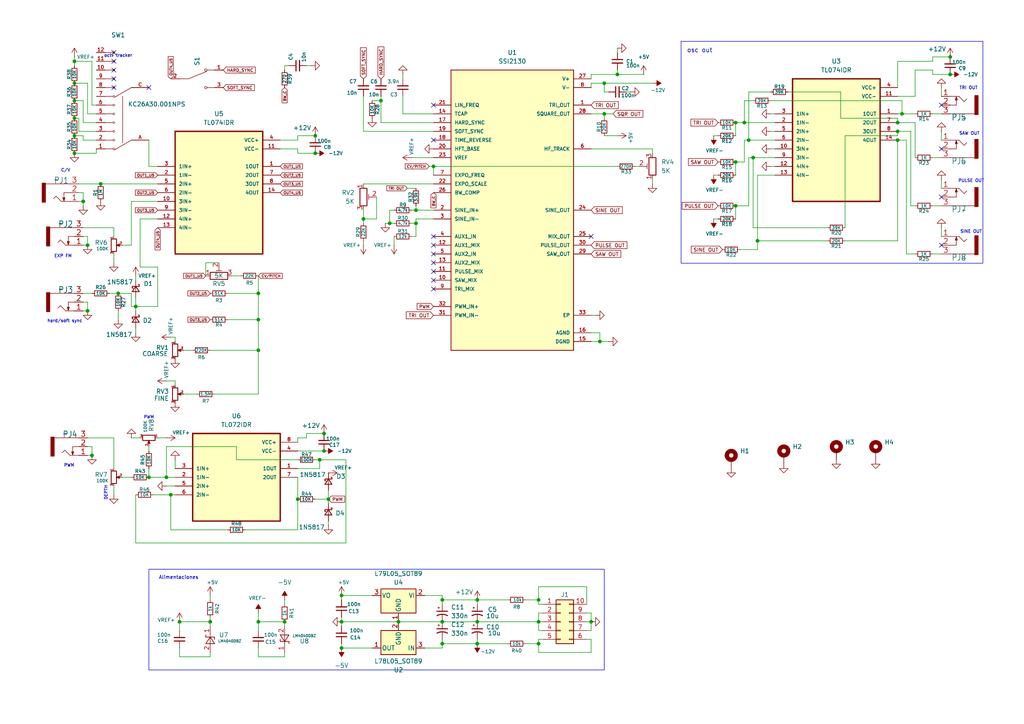
<source format=kicad_sch>
(kicad_sch (version 20250114) (generator "eeschema") (generator_version "9.0")
  (paper "A4")
  (lib_symbols
    (symbol "100SP1T1B4M2QE:100SP1T1B4M2QE" (pin_names (offset 1.016))
      (property "Reference" "S" (at -2.54 5.08 0))
      (property "Value" "100SP1T1B4M2QE" (at -2.54 -5.08 0))
      (symbol "100SP1T1B4M2QE_0_0"
        (pin passive line (at -7.62 0 0) (length 2.54) (name "~") (number "2"))
        (pin passive line (at 7.62 2.54 180) (length 2.54) (name "~") (number "1"))
        (pin passive line (at 7.62 -2.54 180) (length 2.54) (name "~") (number "3"))
      )
    )
    (symbol "Connector_Generic:Conn_02x05_Counter_Clockwise" (pin_names (offset 1.016) (hide yes))
      (property "Reference" "J" (at 1.27 7.62 0))
      (property "Value" "Conn_02x05_Counter_Clockwise" (at 1.27 -7.62 0))
      (symbol "Conn_02x05_Counter_Clockwise_1_1"
        (pin passive line (at -5.08 5.08 0) (length 3.81) (name "Pin_1") (number "1"))
        (pin passive line (at -5.08 2.54 0) (length 3.81) (name "Pin_2") (number "2"))
        (pin passive line (at -5.08 0 0) (length 3.81) (name "Pin_3") (number "3"))
        (pin passive line (at -5.08 -2.54 0) (length 3.81) (name "Pin_4") (number "4"))
        (pin passive line (at -5.08 -5.08 0) (length 3.81) (name "Pin_5") (number "5"))
        (pin passive line (at 7.62 5.08 180) (length 3.81) (name "Pin_10") (number "10"))
        (pin passive line (at 7.62 2.54 180) (length 3.81) (name "Pin_9") (number "9"))
        (pin passive line (at 7.62 0 180) (length 3.81) (name "Pin_8") (number "8"))
        (pin passive line (at 7.62 -2.54 180) (length 3.81) (name "Pin_7") (number "7"))
        (pin passive line (at 7.62 -5.08 180) (length 3.81) (name "Pin_6") (number "6"))
      )
    )
    (symbol "Device:C_Polarized_Small_US" (pin_numbers (hide yes)) (pin_names (offset 0.254) (hide yes))
      (property "Reference" "C" (at 0.254 1.778 0))
      (property "Value" "C_Polarized_Small_US" (at 0.254 -2.032 0))
      (symbol "C_Polarized_Small_US_1_1"
        (pin passive line (at 0 2.54 270) (length 2.032) (name "~") (number "1"))
        (pin passive line (at 0 -2.54 90) (length 2.032) (name "~") (number "2"))
      )
    )
    (symbol "Device:C_Small" (pin_numbers (hide yes)) (pin_names (offset 0.254) (hide yes))
      (property "Reference" "C" (at 0.254 1.778 0))
      (property "Value" "C_Small" (at 0.254 -2.032 0))
      (symbol "C_Small_1_1"
        (pin passive line (at 0 2.54 270) (length 2.032) (name "~") (number "1"))
        (pin passive line (at 0 -2.54 90) (length 2.032) (name "~") (number "2"))
      )
    )
    (symbol "Device:D_Schottky_Small" (pin_numbers (hide yes)) (pin_names (offset 0.254) (hide yes))
      (property "Reference" "D" (at -1.27 2.032 0))
      (property "Value" "D_Schottky_Small" (at -7.112 -2.032 0))
      (symbol "D_Schottky_Small_1_1"
        (pin passive line (at -2.54 0 0) (length 1.778) (name "K") (number "1"))
        (pin passive line (at 2.54 0 180) (length 1.778) (name "A") (number "2"))
      )
    )
    (symbol "Device:R_Potentiometer_Small" (pin_names (offset 1.016) (hide yes))
      (property "Reference" "RV" (at -4.445 0 90))
      (property "Value" "R_Potentiometer_Small" (at -2.54 0 90))
      (symbol "R_Potentiometer_Small_1_1"
        (pin passive line (at 0 2.54 270) (length 0.635) (name "1") (number "1"))
        (pin passive line (at 0 -2.54 90) (length 0.635) (name "3") (number "3"))
        (pin passive line (at 2.54 0 180) (length 0.9906) (name "2") (number "2"))
      )
    )
    (symbol "Device:R_Potentiometer_Trim" (pin_names (offset 1.016) (hide yes))
      (property "Reference" "RV" (at -4.445 0 90))
      (property "Value" "R_Potentiometer_Trim" (at -2.54 0 90))
      (symbol "R_Potentiometer_Trim_1_1"
        (pin passive line (at 0 3.81 270) (length 1.27) (name "1") (number "1"))
        (pin passive line (at 0 -3.81 90) (length 1.27) (name "3") (number "3"))
        (pin passive line (at 3.81 0 180) (length 1.27) (name "2") (number "2"))
      )
    )
    (symbol "Device:R_Small" (pin_numbers (hide yes)) (pin_names (offset 0.254) (hide yes))
      (property "Reference" "R" (at 0.762 0.508 0))
      (property "Value" "R_Small" (at 0.762 -1.016 0))
      (symbol "R_Small_1_1"
        (pin passive line (at 0 2.54 270) (length 0.762) (name "~") (number "1"))
        (pin passive line (at 0 -2.54 90) (length 0.762) (name "~") (number "2"))
      )
    )
    (symbol "KC26A30.001NPS:KC26A30.001NPS" (pin_names (offset 1.016))
      (property "Reference" "S" (at -5.08 15.24 0))
      (property "Value" "KC26A30.001NPS" (at -5.08 -20.32 0))
      (symbol "KC26A30.001NPS_0_0"
        (pin passive line (at -7.62 10.16 0) (length 5.08) (name "~") (number "A"))
        (pin passive line (at -7.62 -5.08 0) (length 5.08) (name "~") (number "C"))
        (pin passive line (at 7.62 12.7 180) (length 2.54) (name "~") (number "1"))
        (pin passive line (at 7.62 10.16 180) (length 2.54) (name "~") (number "2"))
        (pin passive line (at 7.62 7.62 180) (length 2.54) (name "~") (number "3"))
        (pin passive line (at 7.62 5.08 180) (length 2.54) (name "~") (number "4"))
        (pin passive line (at 7.62 2.54 180) (length 2.54) (name "~") (number "5"))
        (pin passive line (at 7.62 0 180) (length 2.54) (name "~") (number "6"))
        (pin passive line (at 7.62 -2.54 180) (length 2.54) (name "~") (number "7"))
        (pin passive line (at 7.62 -5.08 180) (length 2.54) (name "~") (number "8"))
        (pin passive line (at 7.62 -7.62 180) (length 2.54) (name "~") (number "9"))
        (pin passive line (at 7.62 -10.16 180) (length 2.54) (name "~") (number "10"))
        (pin passive line (at 7.62 -12.7 180) (length 2.54) (name "~") (number "11"))
        (pin passive line (at 7.62 -15.24 180) (length 2.54) (name "~") (number "12"))
      )
    )
    (symbol "Mechanical:MountingHole_Pad" (pin_numbers (hide yes)) (pin_names (offset 1.016) (hide yes)) (exclude_from_sim yes) (in_bom no)
      (property "Reference" "H" (at 0 6.35 0))
      (property "Value" "MountingHole_Pad" (at 0 4.445 0))
      (symbol "MountingHole_Pad_1_1"
        (pin input line (at 0 -2.54 90) (length 2.54) (name "1") (number "1"))
      )
    )
    (symbol "Reference_Voltage:LM4040DBZ-2.5" (pin_names (offset 0.0254) (hide yes))
      (property "Reference" "U" (at 0 2.54 0))
      (property "Value" "LM4040DBZ-2.5" (at 0 -3.175 0))
      (symbol "LM4040DBZ-2.5_1_1"
        (pin passive line (at -3.81 0 0) (length 2.54) (name "A") (number "2"))
        (pin no_connect line (at -1.27 0 0) (length 2.54) (hide yes) (name "NC") (number "3"))
        (pin passive line (at 3.81 0 180) (length 2.54) (name "K") (number "1"))
      )
    )
    (symbol "Regulator_Linear:L78L05_SOT89" (pin_names (offset 0.254))
      (property "Reference" "U" (at -3.81 3.175 0))
      (property "Value" "L78L05_SOT89" (at -0.635 3.175 0))
      (symbol "L78L05_SOT89_1_1"
        (pin power_in line (at -7.62 0 0) (length 2.54) (name "IN") (number "3"))
        (pin power_in line (at 0 -7.62 90) (length 2.54) (name "GND") (number "2"))
        (pin power_out line (at 7.62 0 180) (length 2.54) (name "OUT") (number "1"))
      )
    )
    (symbol "Regulator_Linear:L79L05_SOT89" (pin_names (offset 0.254))
      (property "Reference" "U" (at -3.81 -3.175 0))
      (property "Value" "L79L05_SOT89" (at 0 -3.175 0))
      (symbol "L79L05_SOT89_1_1"
        (pin power_in line (at -7.62 0 0) (length 2.54) (name "VI") (number "2"))
        (pin power_in line (at 0 7.62 270) (length 2.54) (name "GND") (number "1"))
        (pin power_out line (at 7.62 0 180) (length 2.54) (name "VO") (number "3"))
      )
    )
    (symbol "SSI2130:SSI2130" (pin_names (offset 1.016))
      (property "Reference" "U" (at -17.78 41.148 0))
      (property "Value" "SSI2130" (at -17.78 -43.18 0))
      (symbol "SSI2130_0_0"
        (pin input line (at -22.86 30.48 0) (length 5.08) (name "LIN_FREQ") (number "21"))
        (pin input line (at -22.86 27.94 0) (length 5.08) (name "TCAP") (number "14"))
        (pin input line (at -22.86 25.4 0) (length 5.08) (name "HARD_SYNC") (number "17"))
        (pin input line (at -22.86 22.86 0) (length 5.08) (name "SOFT_SYNC") (number "19"))
        (pin input line (at -22.86 20.32 0) (length 5.08) (name "TIME_REVERSE") (number "18"))
        (pin input line (at -22.86 17.78 0) (length 5.08) (name "HFT_BASE") (number "20"))
        (pin input line (at -22.86 15.24 0) (length 5.08) (name "VREF") (number "23"))
        (pin input line (at -22.86 10.16 0) (length 5.08) (name "EXPO_FREQ") (number "7"))
        (pin input line (at -22.86 7.62 0) (length 5.08) (name "EXPO_SCALE") (number "22"))
        (pin input line (at -22.86 5.08 0) (length 5.08) (name "BW_COMP") (number "26"))
        (pin input line (at -22.86 0 0) (length 5.08) (name "SINE_IN+") (number "2"))
        (pin input line (at -22.86 -2.54 0) (length 5.08) (name "SINE_IN-") (number "3"))
        (pin input line (at -22.86 -7.62 0) (length 5.08) (name "AUX1_IN") (number "4"))
        (pin input line (at -22.86 -10.16 0) (length 5.08) (name "AUX1_MIX") (number "12"))
        (pin input line (at -22.86 -12.7 0) (length 5.08) (name "AUX2_IN") (number "5"))
        (pin input line (at -22.86 -15.24 0) (length 5.08) (name "AUX2_MIX") (number "13"))
        (pin input line (at -22.86 -17.78 0) (length 5.08) (name "PULSE_MIX") (number "11"))
        (pin input line (at -22.86 -20.32 0) (length 5.08) (name "SAW_MIX") (number "10"))
        (pin input line (at -22.86 -22.86 0) (length 5.08) (name "TRI_MIX") (number "9"))
        (pin input line (at -22.86 -27.94 0) (length 5.08) (name "PWM_IN+") (number "32"))
        (pin input line (at -22.86 -30.48 0) (length 5.08) (name "PWM_IN-") (number "31"))
        (pin power_in line (at 22.86 38.1 180) (length 5.08) (name "V+") (number "27"))
        (pin power_in line (at 22.86 35.56 180) (length 5.08) (name "V-") (number "8"))
        (pin output line (at 22.86 30.48 180) (length 5.08) (name "TRI_OUT") (number "1"))
        (pin output line (at 22.86 27.94 180) (length 5.08) (name "SQUARE_OUT") (number "28"))
        (pin output line (at 22.86 17.78 180) (length 5.08) (name "HF_TRACK") (number "6"))
        (pin output line (at 22.86 0 180) (length 5.08) (name "SINE_OUT") (number "24"))
        (pin output line (at 22.86 -7.62 180) (length 5.08) (name "MIX_OUT") (number "25"))
        (pin output line (at 22.86 -10.16 180) (length 5.08) (name "PULSE_OUT") (number "30"))
        (pin output line (at 22.86 -12.7 180) (length 5.08) (name "SAW_OUT") (number "29"))
        (pin passive line (at 22.86 -30.48 180) (length 5.08) (name "EP") (number "33"))
        (pin power_in line (at 22.86 -35.56 180) (length 5.08) (name "AGND") (number "16"))
        (pin power_in line (at 22.86 -38.1 180) (length 5.08) (name "DGND") (number "15"))
      )
    )
    (symbol "TL072IDR:TL072IDR" (pin_names (offset 1.016))
      (property "Reference" "U" (at -12.7 13.7 0))
      (property "Value" "TL072IDR" (at -12.7 -16.7 0))
      (symbol "TL072IDR_0_0"
        (pin input line (at -17.78 2.54 0) (length 5.08) (name "1IN+") (number "3"))
        (pin input line (at -17.78 0 0) (length 5.08) (name "1IN-") (number "2"))
        (pin input line (at -17.78 -2.54 0) (length 5.08) (name "2IN+") (number "5"))
        (pin input line (at -17.78 -5.08 0) (length 5.08) (name "2IN-") (number "6"))
        (pin power_in line (at 17.78 10.16 180) (length 5.08) (name "VCC+") (number "8"))
        (pin power_in line (at 17.78 7.62 180) (length 5.08) (name "VCC-") (number "4"))
        (pin output line (at 17.78 2.54 180) (length 5.08) (name "1OUT") (number "1"))
        (pin output line (at 17.78 0 180) (length 5.08) (name "2OUT") (number "7"))
      )
    )
    (symbol "TL074IDR:TL074IDR" (pin_names (offset 1.016))
      (property "Reference" "U" (at -12.7 18.78 0))
      (property "Value" "TL074IDR" (at -12.7 -21.78 0))
      (symbol "TL074IDR_0_0"
        (pin input line (at -17.78 7.62 0) (length 5.08) (name "1IN+") (number "3"))
        (pin input line (at -17.78 5.08 0) (length 5.08) (name "1IN-") (number "2"))
        (pin input line (at -17.78 2.54 0) (length 5.08) (name "2IN+") (number "5"))
        (pin input line (at -17.78 0 0) (length 5.08) (name "2IN-") (number "6"))
        (pin input line (at -17.78 -2.54 0) (length 5.08) (name "3IN+") (number "10"))
        (pin input line (at -17.78 -5.08 0) (length 5.08) (name "3IN-") (number "9"))
        (pin input line (at -17.78 -7.62 0) (length 5.08) (name "4IN+") (number "12"))
        (pin input line (at -17.78 -10.16 0) (length 5.08) (name "4IN-") (number "13"))
        (pin power_in line (at 17.78 15.24 180) (length 5.08) (name "VCC+") (number "4"))
        (pin power_in line (at 17.78 12.7 180) (length 5.08) (name "VCC-") (number "11"))
        (pin output line (at 17.78 7.62 180) (length 5.08) (name "1OUT") (number "1"))
        (pin output line (at 17.78 5.08 180) (length 5.08) (name "2OUT") (number "7"))
        (pin output line (at 17.78 2.54 180) (length 5.08) (name "3OUT") (number "8"))
        (pin output line (at 17.78 0 180) (length 5.08) (name "4OUT") (number "14"))
      )
    )
    (symbol "power:+12V" (power) (pin_numbers (hide yes)) (pin_names (offset 0) (hide yes))
      (property "Value" "+12V" (at 0 3.556 0))
      (symbol "+12V_1_1"
        (pin power_in line (at 0 0 90) (length 0) (name "~") (number "1"))
      )
    )
    (symbol "power:+5V" (power) (pin_numbers (hide yes)) (pin_names (offset 0) (hide yes))
      (property "Value" "+5V" (at 0 3.556 0))
      (symbol "+5V_1_1"
        (pin power_in line (at 0 0 90) (length 0) (name "~") (number "1"))
      )
    )
    (symbol "power:-12V" (power) (pin_numbers (hide yes)) (pin_names (offset 0) (hide yes))
      (property "Value" "-12V" (at 0 3.556 0))
      (symbol "-12V_0_0"
        (pin power_in line (at 0 0 90) (length 0) (name "~") (number "1"))
      )
    )
    (symbol "power:-5V" (power) (pin_numbers (hide yes)) (pin_names (offset 0) (hide yes))
      (property "Value" "-5V" (at 0 3.556 0))
      (symbol "-5V_0_0"
        (pin power_in line (at 0 0 90) (length 0) (name "~") (number "1"))
      )
    )
    (symbol "power:GND" (power) (pin_numbers (hide yes)) (pin_names (offset 0) (hide yes))
      (property "Value" "GND" (at 0 -3.81 0))
      (symbol "GND_1_1"
        (pin power_in line (at 0 0 270) (length 0) (name "~") (number "1"))
      )
    )
    (symbol "thonkiconn:WQP-PJ301M-12_JACK"
      (property "Reference" "1" (at 6.35 0.635 0))
      (property "Value" "~" (at 6.35 -1.905 0))
      (symbol "WQP-PJ301M-12_JACK_1_0"
        (pin passive line (at -5.08 2.54 0) (length 2.54) (name "2") (number "1"))
        (pin passive line (at -5.08 0 0) (length 2.54) (name "3") (number "2"))
        (pin passive line (at -5.08 -2.54 0) (length 2.54) (name "1") (number "3"))
      )
    )
  )
  (rectangle (start 197.5446 11.9969) (end 285.0788 76.3438))
  (rectangle (start 43.18 165.1) (end 175.26 194.31))
  (text "PWM" (at 43.18 121.158 0) (effects (font (size 0.889 0.889))))
  (text "PWM" (at 20.066 135.128 0) (effects (font (size 0.889 0.889))))
  (text "DEPTH\n" (at 30.734 143.002 90) (effects (font (size 0.889 0.889))))
  (text "PULSE OUT\n" (at 281.686 52.578 0) (effects (font (size 0.889 0.889))))
  (text "osc out" (at 202.946 14.732 0) (effects (font (size 1.27 1.27))))
  (text "SAW OUT\n" (at 281.178 38.862 0) (effects (font (size 0.889 0.889))))
  (text "TRI OUT\n" (at 280.924 25.654 0) (effects (font (size 0.889 0.889))))
  (text "octv tracker\n" (at 34.29 16.256 0) (effects (font (size 0.889 0.889))))
  (text "SINE OUT\n" (at 281.686 67.31 0) (effects (font (size 0.889 0.889))))
  (text "hard/soft sync" (at 18.796 93.218 0) (effects (font (size 0.889 0.889))))
  (text "C/V" (at 19.05 49.53 0) (effects (font (size 0.889 0.889))))
  (text "EXP FM" (at 18.288 74.422 0) (effects (font (size 0.889 0.889))))
  (text "Alimentaciones" (at 51.816 167.64 0) (effects (font (size 1.016 1.016))))
  (junction (at 260.35 35.56))
  (junction (at 217.17 40.64))
  (junction (at 93.98 125.73))
  (junction (at 120.65 60.96))
  (junction (at 49.53 143.51))
  (junction (at 175.26 24.13))
  (junction (at 43.18 138.43))
  (junction (at 74.93 85.09))
  (junction (at 215.9 35.56))
  (junction (at 99.06 187.96))
  (junction (at 219.71 69.85))
  (junction (at 21.59 44.45))
  (junction (at 74.93 92.71))
  (junction (at 275.59 21.59))
  (junction (at 92.71 133.35))
  (junction (at 213.36 59.69))
  (junction (at 25.4 71.12))
  (junction (at 156.21 186.69))
  (junction (at 275.59 16.51))
  (junction (at 128.27 173.99))
  (junction (at 91.44 44.45))
  (junction (at 91.44 39.37))
  (junction (at 175.26 33.02))
  (junction (at 26.67 132.08))
  (junction (at 21.59 29.21))
  (junction (at 105.41 63.5))
  (junction (at 115.57 180.34))
  (junction (at 25.4 90.17))
  (junction (at 213.36 35.56))
  (junction (at 156.21 173.99))
  (junction (at 39.37 88.9))
  (junction (at 171.45 180.34))
  (junction (at 34.29 85.09))
  (junction (at 128.27 180.34))
  (junction (at 74.93 101.6))
  (junction (at 99.06 180.34))
  (junction (at 260.35 40.64))
  (junction (at 95.25 144.78))
  (junction (at 128.27 186.69))
  (junction (at 82.55 180.34))
  (junction (at 260.35 38.1))
  (junction (at 24.13 58.42))
  (junction (at 48.26 138.43))
  (junction (at 29.21 53.34))
  (junction (at 86.36 144.78))
  (junction (at 113.03 64.77))
  (junction (at 218.44 45.72))
  (junction (at 213.36 46.99))
  (junction (at 125.73 48.26))
  (junction (at 21.59 39.37))
  (junction (at 179.07 21.59))
  (junction (at 110.49 29.21))
  (junction (at 52.07 180.34))
  (junction (at 60.96 180.34))
  (junction (at 261.62 33.02))
  (junction (at 21.59 17.78))
  (junction (at 138.43 173.99))
  (junction (at 138.43 186.69))
  (junction (at 173.99 99.06))
  (junction (at 120.65 64.77))
  (junction (at 74.93 180.34))
  (junction (at 138.43 180.34))
  (junction (at 156.21 180.34))
  (junction (at 93.98 130.81))
  (junction (at 21.59 34.29))
  (junction (at 99.06 172.72))
  (junction (at 21.59 24.13))
  (no_connect (at 125.73 78.74))
  (no_connect (at 273.05 30.48))
  (no_connect (at 125.73 40.64))
  (no_connect (at 273.05 71.12))
  (no_connect (at 273.05 43.18))
  (no_connect (at 125.73 30.48))
  (no_connect (at 33.02 20.32))
  (no_connect (at 125.73 68.58))
  (no_connect (at 43.18 25.4))
  (no_connect (at 33.02 15.24))
  (no_connect (at 125.73 73.66))
  (no_connect (at 33.02 17.78))
  (no_connect (at 125.73 71.12))
  (no_connect (at 171.45 68.58))
  (no_connect (at 125.73 81.28))
  (no_connect (at 125.73 83.82))
  (no_connect (at 33.02 22.86))
  (no_connect (at 125.73 76.2))
  (no_connect (at 273.05 57.15))
  (no_connect (at 33.02 25.4))
  (wire (pts (xy 24.13 68.58) (xy 25.4 68.58)))
  (wire (pts (xy 270.51 33.02) (xy 273.05 33.02)))
  (wire (pts (xy 170.18 185.42) (xy 171.45 185.42)))
  (wire (pts (xy 24.13 29.21) (xy 21.59 29.21)))
  (wire (pts (xy 189.23 43.18) (xy 189.23 44.45)))
  (wire (pts (xy 27.94 35.56) (xy 24.13 35.56)))
  (wire (pts (xy 33.02 127) (xy 33.02 135.89)))
  (wire (pts (xy 264.16 59.69) (xy 264.16 38.1)))
  (wire (pts (xy 264.16 38.1) (xy 260.35 38.1)))
  (wire (pts (xy 59.69 76.2) (xy 59.69 80.01)))
  (wire (pts (xy 265.43 20.32) (xy 270.51 20.32)))
  (wire (pts (xy 74.93 180.34) (xy 74.93 182.88)))
  (wire (pts (xy 74.93 85.09) (xy 74.93 80.01)))
  (wire (pts (xy 120.65 59.69) (xy 120.65 60.96)))
  (wire (pts (xy 175.26 24.13) (xy 189.23 24.13)))
  (wire (pts (xy 270.51 73.66) (xy 273.05 73.66)))
  (wire (pts (xy 171.45 43.18) (xy 189.23 43.18)))
  (wire (pts (xy 40.64 77.47) (xy 45.72 77.47)))
  (wire (pts (xy 83.82 19.05) (xy 82.55 19.05)))
  (wire (pts (xy 38.1 85.09) (xy 38.1 88.9)))
  (wire (pts (xy 92.71 133.35) (xy 92.71 135.89)))
  (wire (pts (xy 171.45 24.13) (xy 171.45 25.4)))
  (wire (pts (xy 156.21 180.34) (xy 157.48 180.34)))
  (wire (pts (xy 260.35 34.29) (xy 260.35 35.56)))
  (wire (pts (xy 260.35 33.02) (xy 261.62 33.02)))
  (wire (pts (xy 50.8 133.35) (xy 50.8 135.89)))
  (wire (pts (xy 218.44 66.04) (xy 218.44 45.72)))
  (wire (pts (xy 107.95 172.72) (xy 99.06 172.72)))
  (wire (pts (xy 208.28 63.5) (xy 207.01 63.5)))
  (wire (pts (xy 91.44 44.45) (xy 86.36 44.45)))
  (wire (pts (xy 119.38 68.58) (xy 120.65 68.58)))
  (wire (pts (xy 39.37 88.9) (xy 45.72 88.9)))
  (wire (pts (xy 270.51 45.72) (xy 273.05 45.72)))
  (wire (pts (xy 120.65 63.5) (xy 120.65 64.77)))
  (wire (pts (xy 24.13 58.42) (xy 24.13 59.69)))
  (wire (pts (xy 138.43 185.42) (xy 138.43 186.69)))
  (wire (pts (xy 179.07 48.26) (xy 125.73 48.26)))
  (wire (pts (xy 88.9 127) (xy 88.9 125.73)))
  (wire (pts (xy 50.8 97.79) (xy 49.53 97.79)))
  (wire (pts (xy 213.36 59.69) (xy 213.36 63.5)))
  (wire (pts (xy 213.36 46.99) (xy 213.36 50.8)))
  (wire (pts (xy 170.18 175.26) (xy 170.18 170.18)))
  (wire (pts (xy 22.86 58.42) (xy 24.13 58.42)))
  (wire (pts (xy 120.65 68.58) (xy 120.65 64.77)))
  (wire (pts (xy 213.36 59.69) (xy 217.17 59.69)))
  (wire (pts (xy 44.45 143.51) (xy 49.53 143.51)))
  (wire (pts (xy 157.48 177.8) (xy 156.21 177.8)))
  (wire (pts (xy 43.18 40.64) (xy 43.18 48.26)))
  (wire (pts (xy 228.6 26.67) (xy 243.84 26.67)))
  (wire (pts (xy 173.99 96.52) (xy 173.99 99.06)))
  (wire (pts (xy 156.21 170.18) (xy 156.21 173.99)))
  (wire (pts (xy 120.65 64.77) (xy 119.38 64.77)))
  (wire (pts (xy 24.13 39.37) (xy 21.59 39.37)))
  (wire (pts (xy 24.13 35.56) (xy 24.13 29.21)))
  (wire (pts (xy 50.8 99.06) (xy 50.8 97.79)))
  (wire (pts (xy 260.35 17.78) (xy 270.51 17.78)))
  (wire (pts (xy 39.37 80.01) (xy 39.37 81.28)))
  (wire (pts (xy 99.06 172.72) (xy 99.06 173.99)))
  (wire (pts (xy 24.13 87.63) (xy 25.4 87.63)))
  (wire (pts (xy 181.61 26.67) (xy 182.88 26.67)))
  (wire (pts (xy 243.84 26.67) (xy 243.84 34.29)))
  (wire (pts (xy 21.59 17.78) (xy 26.67 17.78)))
  (wire (pts (xy 138.43 173.99) (xy 147.32 173.99)))
  (wire (pts (xy 21.59 17.78) (xy 21.59 19.05)))
  (wire (pts (xy 43.18 138.43) (xy 48.26 138.43)))
  (wire (pts (xy 35.56 71.12) (xy 38.1 71.12)))
  (wire (pts (xy 175.26 33.02) (xy 175.26 34.29)))
  (wire (pts (xy 74.93 114.3) (xy 74.93 101.6)))
  (wire (pts (xy 115.57 180.34) (xy 128.27 180.34)))
  (wire (pts (xy 38.1 58.42) (xy 45.72 58.42)))
  (wire (pts (xy 26.67 129.54) (xy 26.67 132.08)))
  (wire (pts (xy 34.29 85.09) (xy 38.1 85.09)))
  (wire (pts (xy 105.41 38.1) (xy 105.41 27.94)))
  (wire (pts (xy 125.73 35.56) (xy 110.49 35.56)))
  (wire (pts (xy 66.04 92.71) (xy 74.93 92.71)))
  (wire (pts (xy 67.31 80.01) (xy 69.85 80.01)))
  (wire (pts (xy 273.05 25.4) (xy 273.05 27.94)))
  (wire (pts (xy 170.18 177.8) (xy 171.45 177.8)))
  (wire (pts (xy 128.27 175.26) (xy 128.27 173.99)))
  (wire (pts (xy 60.96 180.34) (xy 52.07 180.34)))
  (wire (pts (xy 29.21 53.34) (xy 45.72 53.34)))
  (wire (pts (xy 273.05 66.04) (xy 273.05 68.58)))
  (wire (pts (xy 171.45 24.13) (xy 175.26 24.13)))
  (wire (pts (xy 86.36 127) (xy 88.9 127)))
  (wire (pts (xy 95.25 151.13) (xy 95.25 152.4)))
  (wire (pts (xy 217.17 40.64) (xy 224.79 40.64)))
  (wire (pts (xy 91.44 144.78) (xy 95.25 144.78)))
  (wire (pts (xy 91.44 133.35) (xy 92.71 133.35)))
  (wire (pts (xy 99.06 187.96) (xy 99.06 186.69)))
  (wire (pts (xy 123.19 187.96) (xy 128.27 187.96)))
  (wire (pts (xy 118.11 54.61) (xy 120.65 54.61)))
  (wire (pts (xy 270.51 59.69) (xy 273.05 59.69)))
  (wire (pts (xy 31.75 85.09) (xy 34.29 85.09)))
  (wire (pts (xy 171.45 189.23) (xy 156.21 189.23)))
  (wire (pts (xy 82.55 173.99) (xy 82.55 175.26)))
  (wire (pts (xy 175.26 33.02) (xy 171.45 33.02)))
  (wire (pts (xy 223.52 29.21) (xy 261.62 29.21)))
  (wire (pts (xy 53.34 101.6) (xy 55.88 101.6)))
  (wire (pts (xy 260.35 17.78) (xy 260.35 25.4)))
  (wire (pts (xy 179.07 13.97) (xy 179.07 15.24)))
  (wire (pts (xy 39.37 157.48) (xy 39.37 143.51)))
  (wire (pts (xy 27.94 33.02) (xy 25.4 33.02)))
  (wire (pts (xy 179.07 20.32) (xy 179.07 21.59)))
  (wire (pts (xy 156.21 175.26) (xy 156.21 173.99)))
  (wire (pts (xy 99.06 179.07) (xy 99.06 180.34)))
  (wire (pts (xy 123.19 172.72) (xy 128.27 172.72)))
  (wire (pts (xy 208.28 50.8) (xy 207.01 50.8)))
  (wire (pts (xy 22.86 55.88) (xy 24.13 55.88)))
  (wire (pts (xy 48.26 140.97) (xy 50.8 140.97)))
  (wire (pts (xy 270.51 17.78) (xy 270.51 16.51)))
  (wire (pts (xy 25.4 129.54) (xy 26.67 129.54)))
  (wire (pts (xy 38.1 127) (xy 40.64 127)))
  (wire (pts (xy 128.27 172.72) (xy 128.27 173.99)))
  (wire (pts (xy 120.65 60.96) (xy 125.73 60.96)))
  (wire (pts (xy 177.8 33.02) (xy 175.26 33.02)))
  (wire (pts (xy 43.18 48.26) (xy 45.72 48.26)))
  (wire (pts (xy 175.26 39.37) (xy 179.07 39.37)))
  (wire (pts (xy 110.49 29.21) (xy 110.49 27.94)))
  (wire (pts (xy 171.45 185.42) (xy 171.45 189.23)))
  (wire (pts (xy 25.4 90.17) (xy 24.13 90.17)))
  (wire (pts (xy 215.9 46.99) (xy 215.9 40.64)))
  (wire (pts (xy 27.94 44.45) (xy 21.59 44.45)))
  (wire (pts (xy 99.06 181.61) (xy 99.06 180.34)))
  (wire (pts (xy 49.53 153.67) (xy 49.53 143.51)))
  (wire (pts (xy 21.59 24.13) (xy 25.4 24.13)))
  (wire (pts (xy 170.18 170.18) (xy 156.21 170.18)))
  (wire (pts (xy 86.36 138.43) (xy 86.36 144.78)))
  (wire (pts (xy 107.95 29.21) (xy 110.49 29.21)))
  (wire (pts (xy 21.59 34.29) (xy 22.86 34.29)))
  (wire (pts (xy 261.62 29.21) (xy 261.62 33.02)))
  (wire (pts (xy 99.06 180.34) (xy 115.57 180.34)))
  (wire (pts (xy 116.84 21.59) (xy 116.84 22.86)))
  (wire (pts (xy 68.58 129.54) (xy 48.26 129.54)))
  (wire (pts (xy 50.8 110.49) (xy 50.8 111.76)))
  (wire (pts (xy 213.36 35.56) (xy 215.9 35.56)))
  (wire (pts (xy 184.15 48.26) (xy 185.42 48.26)))
  (wire (pts (xy 275.59 21.59) (xy 270.51 21.59)))
  (wire (pts (xy 86.36 43.18) (xy 86.36 44.45)))
  (wire (pts (xy 176.53 26.67) (xy 175.26 26.67)))
  (wire (pts (xy 26.67 30.48) (xy 26.67 17.78)))
  (wire (pts (xy 60.96 181.61) (xy 60.96 180.34)))
  (wire (pts (xy 24.13 40.64) (xy 24.13 39.37)))
  (wire (pts (xy 240.03 69.85) (xy 219.71 69.85)))
  (wire (pts (xy 52.07 180.34) (xy 52.07 182.88)))
  (wire (pts (xy 128.27 187.96) (xy 128.27 186.69)))
  (wire (pts (xy 223.52 43.18) (xy 224.79 43.18)))
  (wire (pts (xy 105.41 63.5) (xy 105.41 64.77)))
  (wire (pts (xy 82.55 19.05) (xy 82.55 20.32)))
  (wire (pts (xy 110.49 35.56) (xy 110.49 29.21)))
  (wire (pts (xy 215.9 29.21) (xy 215.9 35.56)))
  (wire (pts (xy 156.21 185.42) (xy 157.48 185.42)))
  (wire (pts (xy 125.73 63.5) (xy 120.65 63.5)))
  (wire (pts (xy 217.17 45.72) (xy 218.44 45.72)))
  (wire (pts (xy 215.9 35.56) (xy 224.79 35.56)))
  (wire (pts (xy 49.53 143.51) (xy 50.8 143.51)))
  (wire (pts (xy 38.1 71.12) (xy 38.1 58.42)))
  (wire (pts (xy 245.11 66.04) (xy 245.11 39.37)))
  (wire (pts (xy 74.93 92.71) (xy 74.93 85.09)))
  (wire (pts (xy 260.35 27.94) (xy 265.43 27.94)))
  (wire (pts (xy 265.43 73.66) (xy 262.89 73.66)))
  (wire (pts (xy 219.71 72.39) (xy 219.71 69.85)))
  (wire (pts (xy 215.9 40.64) (xy 217.17 40.64)))
  (wire (pts (xy 43.18 135.89) (xy 43.18 138.43)))
  (wire (pts (xy 25.4 127) (xy 33.02 127)))
  (wire (pts (xy 38.1 88.9) (xy 39.37 88.9)))
  (wire (pts (xy 189.23 52.07) (xy 189.23 53.34)))
  (wire (pts (xy 39.37 95.25) (xy 39.37 96.52)))
  (wire (pts (xy 128.27 185.42) (xy 128.27 186.69)))
  (wire (pts (xy 100.33 133.35) (xy 100.33 157.48)))
  (wire (pts (xy 21.59 16.51) (xy 21.59 17.78)))
  (wire (pts (xy 81.28 43.18) (xy 86.36 43.18)))
  (wire (pts (xy 22.86 53.34) (xy 29.21 53.34)))
  (wire (pts (xy 270.51 20.32) (xy 270.51 21.59)))
  (wire (pts (xy 152.4 173.99) (xy 156.21 173.99)))
  (wire (pts (xy 128.27 180.34) (xy 138.43 180.34)))
  (wire (pts (xy 156.21 182.88) (xy 156.21 180.34)))
  (wire (pts (xy 223.52 48.26) (xy 224.79 48.26)))
  (wire (pts (xy 60.96 179.07) (xy 60.96 180.34)))
  (wire (pts (xy 86.36 153.67) (xy 71.12 153.67)))
  (wire (pts (xy 92.71 135.89) (xy 86.36 135.89)))
  (wire (pts (xy 245.11 69.85) (xy 260.35 69.85)))
  (wire (pts (xy 82.55 189.23) (xy 82.55 190.5)))
  (wire (pts (xy 24.13 85.09) (xy 26.67 85.09)))
  (wire (pts (xy 171.45 96.52) (xy 173.99 96.52)))
  (wire (pts (xy 213.36 35.56) (xy 213.36 39.37)))
  (wire (pts (xy 66.04 153.67) (xy 49.53 153.67)))
  (wire (pts (xy 24.13 66.04) (xy 33.02 66.04)))
  (wire (pts (xy 100.33 157.48) (xy 39.37 157.48)))
  (wire (pts (xy 62.23 114.3) (xy 74.93 114.3)))
  (wire (pts (xy 245.11 39.37) (xy 260.35 39.37)))
  (wire (pts (xy 90.17 19.05) (xy 88.9 19.05)))
  (wire (pts (xy 60.96 172.72) (xy 60.96 173.99)))
  (wire (pts (xy 22.86 38.1) (xy 22.86 34.29)))
  (wire (pts (xy 86.36 40.64) (xy 86.36 39.37)))
  (wire (pts (xy 116.84 33.02) (xy 116.84 27.94)))
  (wire (pts (xy 113.03 64.77) (xy 114.3 64.77)))
  (wire (pts (xy 214.63 72.39) (xy 219.71 72.39)))
  (wire (pts (xy 93.98 125.73) (xy 88.9 125.73)))
  (wire (pts (xy 91.44 39.37) (xy 86.36 39.37)))
  (wire (pts (xy 34.29 90.17) (xy 34.29 92.71)))
  (wire (pts (xy 82.55 181.61) (xy 82.55 180.34)))
  (wire (pts (xy 74.93 101.6) (xy 74.93 92.71)))
  (wire (pts (xy 243.84 34.29) (xy 260.35 34.29)))
  (wire (pts (xy 128.27 186.69) (xy 138.43 186.69)))
  (wire (pts (xy 215.9 29.21) (xy 218.44 29.21)))
  (wire (pts (xy 219.71 69.85) (xy 219.71 50.8)))
  (wire (pts (xy 171.45 21.59) (xy 171.45 22.86)))
  (wire (pts (xy 157.48 175.26) (xy 156.21 175.26)))
  (wire (pts (xy 156.21 177.8) (xy 156.21 180.34)))
  (wire (pts (xy 39.37 88.9) (xy 39.37 90.17)))
  (wire (pts (xy 152.4 186.69) (xy 156.21 186.69)))
  (wire (pts (xy 262.89 73.66) (xy 262.89 40.64)))
  (wire (pts (xy 74.93 187.96) (xy 74.93 190.5)))
  (wire (pts (xy 261.62 33.02) (xy 265.43 33.02)))
  (wire (pts (xy 114.3 68.58) (xy 114.3 71.12)))
  (wire (pts (xy 171.45 182.88) (xy 170.18 182.88)))
  (wire (pts (xy 35.56 138.43) (xy 38.1 138.43)))
  (wire (pts (xy 171.45 99.06) (xy 173.99 99.06)))
  (wire (pts (xy 223.52 26.67) (xy 217.17 26.67)))
  (wire (pts (xy 265.43 27.94) (xy 265.43 20.32)))
  (wire (pts (xy 213.36 46.99) (xy 215.9 46.99)))
  (wire (pts (xy 107.95 187.96) (xy 99.06 187.96)))
  (wire (pts (xy 25.4 33.02) (xy 25.4 24.13)))
  (wire (pts (xy 66.04 85.09) (xy 74.93 85.09)))
  (wire (pts (xy 173.99 99.06) (xy 176.53 99.06)))
  (wire (pts (xy 114.3 60.96) (xy 113.03 60.96)))
  (wire (pts (xy 45.72 63.5) (xy 40.64 63.5)))
  (wire (pts (xy 217.17 59.69) (xy 217.17 45.72)))
  (wire (pts (xy 179.07 21.59) (xy 186.69 21.59)))
  (wire (pts (xy 260.35 38.1) (xy 260.35 39.37)))
  (wire (pts (xy 208.28 39.37) (xy 207.01 39.37)))
  (wire (pts (xy 171.45 177.8) (xy 171.45 180.34)))
  (wire (pts (xy 109.22 63.5) (xy 105.41 63.5)))
  (wire (pts (xy 223.52 33.02) (xy 224.79 33.02)))
  (wire (pts (xy 219.71 50.8) (xy 224.79 50.8)))
  (wire (pts (xy 275.59 16.51) (xy 270.51 16.51)))
  (wire (pts (xy 25.4 87.63) (xy 25.4 90.17)))
  (wire (pts (xy 138.43 186.69) (xy 147.32 186.69)))
  (wire (pts (xy 260.35 69.85) (xy 260.35 40.64)))
  (wire (pts (xy 45.72 77.47) (xy 45.72 88.9)))
  (wire (pts (xy 53.34 114.3) (xy 57.15 114.3)))
  (wire (pts (xy 74.93 190.5) (xy 82.55 190.5)))
  (wire (pts (xy 111.76 64.77) (xy 113.03 64.77)))
  (wire (pts (xy 24.13 40.64) (xy 27.94 40.64)))
  (wire (pts (xy 24.13 55.88) (xy 24.13 58.42)))
  (wire (pts (xy 273.05 52.07) (xy 273.05 54.61)))
  (wire (pts (xy 95.25 144.78) (xy 95.25 146.05)))
  (wire (pts (xy 33.02 140.97) (xy 33.02 143.51)))
  (wire (pts (xy 26.67 132.08) (xy 25.4 132.08)))
  (wire (pts (xy 125.73 48.26) (xy 125.73 50.8)))
  (wire (pts (xy 81.28 40.64) (xy 86.36 40.64)))
  (wire (pts (xy 124.46 48.26) (xy 125.73 48.26)))
  (wire (pts (xy 27.94 30.48) (xy 26.67 30.48)))
  (wire (pts (xy 45.72 127) (xy 48.26 127)))
  (wire (pts (xy 262.89 40.64) (xy 260.35 40.64)))
  (wire (pts (xy 125.73 38.1) (xy 105.41 38.1)))
  (wire (pts (xy 27.94 38.1) (xy 22.86 38.1)))
  (wire (pts (xy 68.58 129.54) (xy 68.58 133.35)))
  (wire (pts (xy 33.02 73.66) (xy 33.02 76.2)))
  (wire (pts (xy 119.38 45.72) (xy 125.73 45.72)))
  (wire (pts (xy 52.07 190.5) (xy 52.07 187.96)))
  (wire (pts (xy 105.41 69.85) (xy 105.41 71.12)))
  (wire (pts (xy 33.02 66.04) (xy 33.02 68.58)))
  (wire (pts (xy 157.48 182.88) (xy 156.21 182.88)))
  (wire (pts (xy 138.43 175.26) (xy 138.43 173.99)))
  (wire (pts (xy 48.26 129.54) (xy 48.26 138.43)))
  (wire (pts (xy 74.93 177.8) (xy 74.93 180.34)))
  (wire (pts (xy 265.43 35.56) (xy 260.35 35.56)))
  (wire (pts (xy 92.71 133.35) (xy 100.33 133.35)))
  (wire (pts (xy 109.22 57.15) (xy 109.22 63.5)))
  (wire (pts (xy 273.05 38.1) (xy 273.05 40.64)))
  (wire (pts (xy 171.45 180.34) (xy 171.45 182.88)))
  (wire (pts (xy 24.13 71.12) (xy 25.4 71.12)))
  (wire (pts (xy 171.45 21.59) (xy 179.07 21.59)))
  (wire (pts (xy 175.26 24.13) (xy 175.26 26.67)))
  (wire (pts (xy 217.17 26.67) (xy 217.17 40.64)))
  (wire (pts (xy 218.44 45.72) (xy 224.79 45.72)))
  (wire (pts (xy 86.36 127) (xy 86.36 128.27)))
  (wire (pts (xy 116.84 33.02) (xy 125.73 33.02)))
  (wire (pts (xy 105.41 60.96) (xy 105.41 63.5)))
  (wire (pts (xy 63.5 76.2) (xy 59.69 76.2)))
  (wire (pts (xy 60.96 190.5) (xy 60.96 189.23)))
  (wire (pts (xy 40.64 63.5) (xy 40.64 77.47)))
  (wire (pts (xy 86.36 130.81) (xy 93.98 130.81)))
  (wire (pts (xy 119.38 60.96) (xy 120.65 60.96)))
  (wire (pts (xy 25.4 68.58) (xy 25.4 71.12)))
  (wire (pts (xy 48.26 138.43) (xy 50.8 138.43)))
  (wire (pts (xy 105.41 53.34) (xy 125.73 53.34)))
  (wire (pts (xy 52.07 190.5) (xy 60.96 190.5)))
  (wire (pts (xy 156.21 186.69) (xy 156.21 185.42)))
  (wire (pts (xy 138.43 180.34) (xy 156.21 180.34)))
  (wire (pts (xy 113.03 60.96) (xy 113.03 64.77)))
  (wire (pts (xy 48.26 110.49) (xy 50.8 110.49)))
  (wire (pts (xy 82.55 180.34) (xy 74.93 180.34)))
  (wire (pts (xy 43.18 129.54) (xy 43.18 130.81)))
  (wire (pts (xy 86.36 144.78) (xy 86.36 153.67)))
  (wire (pts (xy 95.25 142.24) (xy 95.25 144.78)))
  (wire (pts (xy 223.52 38.1) (xy 224.79 38.1)))
  (wire (pts (xy 156.21 189.23) (xy 156.21 186.69)))
  (wire (pts (xy 60.96 101.6) (xy 74.93 101.6)))
  (wire (pts (xy 39.37 86.36) (xy 39.37 88.9)))
  (wire (pts (xy 27.94 43.18) (xy 27.94 44.45)))
  (wire (pts (xy 68.58 133.35) (xy 86.36 133.35)))
  (wire (pts (xy 171.45 91.44) (xy 172.72 91.44)))
  (wire (pts (xy 265.43 59.69) (xy 264.16 59.69)))
  (wire (pts (xy 170.18 180.34) (xy 171.45 180.34)))
  (wire (pts (xy 265.43 45.72) (xy 265.43 35.56)))
  (wire (pts (xy 128.27 173.99) (xy 138.43 173.99)))
  (wire (pts (xy 240.03 66.04) (xy 218.44 66.04)))
  (global_label "OUT4_U5" (shape input) (at 49.53 22.86 90) (effects (font (size 0.762 0.762))) (property "Intersheetrefs" "${INTERSHEET_REFS}" (effects (hide yes))))
  (global_label "PULSE OUT" (shape input) (at 208.28 59.69 180) (effects (font (size 1.016 1.016))) (property "Intersheetrefs" "${INTERSHEET_REFS}" (effects (hide yes))))
  (global_label "OUT4_U5" (shape input) (at 81.28 55.88 0) (effects (font (size 0.762 0.762))) (property "Intersheetrefs" "${INTERSHEET_REFS}" (effects (hide yes))))
  (global_label "OUT1_U5" (shape input) (at 81.28 48.26 0) (effects (font (size 0.762 0.762))) (property "Intersheetrefs" "${INTERSHEET_REFS}" (effects (hide yes))))
  (global_label "CV{slash}PITCH" (shape input) (at 124.46 48.26 180) (effects (font (size 0.762 0.762))) (property "Intersheetrefs" "${INTERSHEET_REFS}" (effects (hide yes))))
  (global_label "PULSE OUT" (shape input) (at 171.45 71.12 0) (effects (font (size 1.016 1.016))) (property "Intersheetrefs" "${INTERSHEET_REFS}" (effects (hide yes))))
  (global_label "HARD_SYNC" (shape input) (at 64.77 20.32 0) (effects (font (size 0.889 0.889))) (property "Intersheetrefs" "${INTERSHEET_REFS}" (effects (hide yes))))
  (global_label "OUT1_U5" (shape input) (at 45.72 50.8 180) (effects (font (size 0.762 0.762))) (property "Intersheetrefs" "${INTERSHEET_REFS}" (effects (hide yes))))
  (global_label "OUT3_U5" (shape input) (at 81.28 53.34 0) (effects (font (size 0.762 0.762))) (property "Intersheetrefs" "${INTERSHEET_REFS}" (effects (hide yes))))
  (global_label "SINE OUT" (shape input) (at 209.55 72.39 180) (effects (font (size 1.016 1.016))) (property "Intersheetrefs" "${INTERSHEET_REFS}" (effects (hide yes))))
  (global_label "BW_C" (shape input) (at 82.55 25.4 270) (effects (font (size 0.762 0.762))) (property "Intersheetrefs" "${INTERSHEET_REFS}" (effects (hide yes))))
  (global_label "TRI OUT" (shape input) (at 208.28 35.56 180) (effects (font (size 1.016 1.016))) (property "Intersheetrefs" "${INTERSHEET_REFS}" (effects (hide yes))))
  (global_label "SAW OUT" (shape input) (at 208.28 46.99 180) (effects (font (size 1.016 1.016))) (property "Intersheetrefs" "${INTERSHEET_REFS}" (effects (hide yes))))
  (global_label "OUT4_U5" (shape input) (at 45.72 66.04 270) (effects (font (size 0.762 0.762))) (property "Intersheetrefs" "${INTERSHEET_REFS}" (effects (hide yes))))
  (global_label "TRI OUT" (shape input) (at 125.73 91.44 180) (effects (font (size 1.016 1.016))) (property "Intersheetrefs" "${INTERSHEET_REFS}" (effects (hide yes))))
  (global_label "OUT2_U5" (shape input) (at 45.72 55.88 180) (effects (font (size 0.762 0.762))) (property "Intersheetrefs" "${INTERSHEET_REFS}" (effects (hide yes))))
  (global_label "OUT1_U5" (shape input) (at 59.69 80.01 180) (effects (font (size 0.762 0.762))) (property "Intersheetrefs" "${INTERSHEET_REFS}" (effects (hide yes))))
  (global_label "SAW OUT" (shape input) (at 171.45 73.66 0) (effects (font (size 1.016 1.016))) (property "Intersheetrefs" "${INTERSHEET_REFS}" (effects (hide yes))))
  (global_label "BW_C" (shape input) (at 125.73 55.88 270) (effects (font (size 0.762 0.762))) (property "Intersheetrefs" "${INTERSHEET_REFS}" (effects (hide yes))))
  (global_label "CV{slash}PITCH" (shape input) (at 74.93 80.01 0) (effects (font (size 0.762 0.762))) (property "Intersheetrefs" "${INTERSHEET_REFS}" (effects (hide yes))))
  (global_label "PWM" (shape input) (at 125.73 88.9 180) (effects (font (size 0.9144 0.9144))) (property "Intersheetrefs" "${INTERSHEET_REFS}" (effects (hide yes))))
  (global_label "SOFT_SYNC" (shape input) (at 105.41 22.86 90) (effects (font (size 0.889 0.889))) (property "Intersheetrefs" "${INTERSHEET_REFS}" (effects (hide yes))))
  (global_label "OUT3_U5" (shape input) (at 60.96 92.71 180) (effects (font (size 0.762 0.762))) (property "Intersheetrefs" "${INTERSHEET_REFS}" (effects (hide yes))))
  (global_label "OUT2_U5" (shape input) (at 60.96 85.09 180) (effects (font (size 0.762 0.762))) (property "Intersheetrefs" "${INTERSHEET_REFS}" (effects (hide yes))))
  (global_label "HARD_SYNC" (shape input) (at 110.49 22.86 90) (effects (font (size 0.889 0.889))) (property "Intersheetrefs" "${INTERSHEET_REFS}" (effects (hide yes))))
  (global_label "TRI OUT" (shape input) (at 118.11 54.61 180) (effects (font (size 0.762 0.762))) (property "Intersheetrefs" "${INTERSHEET_REFS}" (effects (hide yes))))
  (global_label "TRI OUT" (shape input) (at 171.45 30.48 0) (effects (font (size 1.016 1.016))) (property "Intersheetrefs" "${INTERSHEET_REFS}" (effects (hide yes))))
  (global_label "PWM" (shape input) (at 95.25 144.78 0) (effects (font (size 0.9144 0.9144))) (property "Intersheetrefs" "${INTERSHEET_REFS}" (effects (hide yes))))
  (global_label "SINE OUT" (shape input) (at 171.45 60.96 0) (effects (font (size 1.016 1.016))) (property "Intersheetrefs" "${INTERSHEET_REFS}" (effects (hide yes))))
  (global_label "OUT3_U5" (shape input) (at 45.72 60.96 180) (effects (font (size 0.762 0.762))) (property "Intersheetrefs" "${INTERSHEET_REFS}" (effects (hide yes))))
  (global_label "OUT2_U5" (shape input) (at 81.28 50.8 0) (effects (font (size 0.762 0.762))) (property "Intersheetrefs" "${INTERSHEET_REFS}" (effects (hide yes))))
  (global_label "SQR OUT" (shape input) (at 177.8 33.02 0) (effects (font (size 1.016 1.016))) (property "Intersheetrefs" "${INTERSHEET_REFS}" (effects (hide yes))))
  (global_label "SOFT_SYNC" (shape input) (at 64.77 25.4 0) (effects (font (size 0.889 0.889))) (property "Intersheetrefs" "${INTERSHEET_REFS}" (effects (hide yes))))
  (symbol (lib_id "Device:R_Small") (at 149.86 186.69 270) (unit 1)
    (property "Reference" "R40" (at 149.86 188.722 90) (effects (font (size 1.016 1.016))))
    (property "Value" "10k" (at 149.86 186.69 90) (effects (font (size 0.889 0.889))))
    (property "Footprint" "Resistor_SMD:R_0805_2012Metric" (effects (hide yes)))
    (property "Description" "Resistor, small symbol" (effects (hide yes)))
  )
  (symbol (lib_id "Device:R_Small") (at 21.59 36.83 180) (unit 1)
    (property "Reference" "R35" (at 20.066 36.83 90) (effects (font (size 1.016 1.016))))
    (property "Value" "10K" (at 21.59 36.83 90) (effects (font (size 0.889 0.889))))
    (property "Footprint" "Resistor_THT:R_Axial_DIN0207_L6.3mm_D2.5mm_P10.16mm_Horizontal" (effects (hide yes)))
    (property "Description" "Resistor, small symbol" (effects (hide yes)))
  )
  (symbol (lib_id "Device:R_Small") (at 88.9 144.78 90) (unit 1)
    (property "Reference" "R44" (at 88.9 143.256 90) (effects (font (size 1.016 1.016))))
    (property "Value" "10K" (at 88.9 144.78 90) (effects (font (size 0.889 0.889))))
    (property "Footprint" "Resistor_SMD:R_0805_2012Metric" (effects (hide yes)))
    (property "Description" "Resistor, small symbol" (effects (hide yes)))
  )
  (symbol (lib_id "Device:D_Schottky_Small") (at 95.25 148.59 270) (unit 1)
    (property "Reference" "D4" (at 97.282 148.844 90) (effects (justify left)))
    (property "Value" "1N5817" (at 86.614 152.908 90) (effects (justify left)))
    (property "Footprint" "Diode_SMD:D_SOD-123" (effects (hide yes)))
    (property "Description" "Schottky diode, small symbol" (effects (hide yes)))
  )
  (symbol (lib_id "Regulator_Linear:L79L05_SOT89") (at 115.57 172.72 180) (unit 1)
    (property "Reference" "U4" (at 115.57 168.91 0))
    (property "Value" "L79L05_SOT89" (at 115.57 166.37 0))
    (property "Footprint" "Package_TO_SOT_SMD:SOT-89-3" (effects (hide yes)))
    (property "Datasheet" "http://www.farnell.com/datasheets/1827870.pdf" (effects (hide yes)))
    (property "Description" "Negative 100mA -30V Linear Regulator, Fixed Output -5V, SOT-89" (effects (hide yes)))
  )
  (symbol (lib_id "power:GND") (at 176.53 99.06 90) (unit 1)
    (property "Reference" "#PWR05" (effects (hide yes)))
    (property "Value" "GND" (effects (hide yes)))
    (property "Description" "Power symbol creates a global label with name \"GND\" , ground" (effects (hide yes)))
  )
  (symbol (lib_id "thonkiconn:WQP-PJ301M-12_JACK") (at 17.78 55.88 180) (unit 1)
    (property "Reference" "PJ1" (at 17.78 52.324 0) (effects (font (size 1.778 1.5113))))
    (property "Value" "~" (at 16.2941 52.07 0) (effects (font (size 1.778 1.5113))))
    (property "Footprint" "PJ301 REMPLAZO:SWITCHCRAFT_MDPC2A" (effects (hide yes)))
  )
  (symbol (lib_id "Device:R_Small") (at 210.82 35.56 270) (unit 1)
    (property "Reference" "R11" (at 210.82 37.084 90) (effects (font (size 1.016 1.016))))
    (property "Value" "10K" (at 210.82 35.56 90) (effects (font (size 0.889 0.889))))
    (property "Footprint" "Resistor_SMD:R_0805_2012Metric" (effects (hide yes)))
    (property "Description" "Resistor, small symbol" (effects (hide yes)))
  )
  (symbol (lib_id "power:GND") (at 34.29 92.71 0) (unit 1)
    (property "Reference" "#PWR030" (effects (hide yes)))
    (property "Value" "GND" (effects (hide yes)))
    (property "Description" "Power symbol creates a global label with name \"GND\" , ground" (effects (hide yes)))
  )
  (symbol (lib_id "Device:R_Small") (at 40.64 138.43 270) (unit 1)
    (property "Reference" "R43" (at 40.64 136.652 90) (effects (font (size 1.016 1.016))))
    (property "Value" "10K" (at 40.64 138.43 90) (effects (font (size 0.889 0.889))))
    (property "Footprint" "Resistor_SMD:R_0805_2012Metric" (effects (hide yes)))
    (property "Description" "Resistor, small symbol" (effects (hide yes)))
  )
  (symbol (lib_id "power:GND") (at 29.21 58.42 0) (unit 1)
    (property "Reference" "#PWR012" (effects (hide yes)))
    (property "Value" "GND" (effects (hide yes)))
    (property "Description" "Power symbol creates a global label with name \"GND\" , ground" (effects (hide yes)))
  )
  (symbol (lib_id "Device:R_Small") (at 210.82 63.5 270) (unit 1)
    (property "Reference" "R18" (at 210.82 65.024 90) (effects (font (size 1.016 1.016))))
    (property "Value" "20K" (at 210.82 63.5 90) (effects (font (size 0.889 0.889))))
    (property "Footprint" "Resistor_SMD:R_0805_2012Metric" (effects (hide yes)))
    (property "Description" "Resistor, small symbol" (effects (hide yes)))
  )
  (symbol (lib_id "Device:R_Small") (at 21.59 21.59 180) (unit 1)
    (property "Reference" "R38" (at 20.066 21.59 90) (effects (font (size 1.016 1.016))))
    (property "Value" "10K" (at 21.59 21.59 90) (effects (font (size 0.889 0.889))))
    (property "Footprint" "Resistor_THT:R_Axial_DIN0207_L6.3mm_D2.5mm_P10.16mm_Horizontal" (effects (hide yes)))
    (property "Description" "Resistor, small symbol" (effects (hide yes)))
  )
  (symbol (lib_id "power:GND") (at 223.52 38.1 270) (unit 1)
    (property "Reference" "#PWR021" (effects (hide yes)))
    (property "Value" "GND" (effects (hide yes)))
    (property "Description" "Power symbol creates a global label with name \"GND\" , ground" (effects (hide yes)))
  )
  (symbol (lib_id "power:+5V") (at 48.26 127 270) (unit 1)
    (property "Reference" "#PWR061" (effects (hide yes)))
    (property "Value" "VREF+" (at 52.578 125.476 90) (effects (font (size 1.016 1.016))))
    (property "Description" "Power symbol creates a global label with name \"+5V\"" (effects (hide yes)))
  )
  (symbol (lib_id "power:+5V") (at 48.26 110.49 90) (unit 1)
    (property "Reference" "#PWR047" (effects (hide yes)))
    (property "Value" "VREF+" (at 48.26 107.188 0) (effects (font (size 1.016 1.016))))
    (property "Description" "Power symbol creates a global label with name \"+5V\"" (effects (hide yes)))
  )
  (symbol (lib_id "Device:C_Small") (at 105.41 25.4 180) (unit 1)
    (property "Reference" "C7" (at 102.362 23.622 0) (effects (font (size 1.016 1.016))))
    (property "Value" "10n" (at 102.108 26.924 0) (effects (font (size 1.016 1.016))))
    (property "Footprint" "Capacitor_THT:C_Rect_L7.2mm_W2.5mm_P5.00mm_FKS2_FKP2_MKS2_MKP2" (effects (hide yes)))
    (property "Description" "Unpolarized capacitor, small symbol" (effects (hide yes)))
  )
  (symbol (lib_id "Device:R_Potentiometer_Small") (at 43.18 127 270) (unit 1)
    (property "Reference" "RV8" (at 43.942 125.222 0) (effects (justify right)))
    (property "Value" "100K" (at 42.164 125.476 0) (effects (font (size 0.889 0.889)) (justify right)))
    (property "Footprint" "RD901F-40-15R1-B100K-00DL1:POT_RD901F-40-15R1-B100K-00DL1" (effects (hide yes)))
    (property "Description" "Potentiometer" (effects (hide yes)))
  )
  (symbol (lib_id "Device:C_Small") (at 86.36 19.05 90) (unit 1)
    (property "Reference" "C4" (at 84.328 17.526 0) (effects (font (size 1.016 1.016)) (justify left)))
    (property "Value" "10n" (at 88.138 18.034 0) (effects (font (size 1.016 1.016)) (justify left)))
    (property "Footprint" "Capacitor_THT:C_Rect_L7.2mm_W2.5mm_P5.00mm_FKS2_FKP2_MKS2_MKP2" (effects (hide yes)))
    (property "Description" "Unpolarized capacitor, small symbol" (effects (hide yes)))
  )
  (symbol (lib_id "Device:C_Small") (at 179.07 26.67 90) (unit 1)
    (property "Reference" "C2" (at 181.356 25.654 90) (effects (font (size 1.016 1.016))))
    (property "Value" "100n" (at 182.118 27.686 90) (effects (font (size 1.016 1.016))))
    (property "Footprint" "Capacitor_SMD:C_0805_2012Metric" (effects (hide yes)))
    (property "Description" "Unpolarized capacitor, small symbol" (effects (hide yes)))
  )
  (symbol (lib_id "power:GND") (at 33.02 76.2 0) (unit 1)
    (property "Reference" "#PWR044" (effects (hide yes)))
    (property "Value" "GND" (effects (hide yes)))
    (property "Description" "Power symbol creates a global label with name \"GND\" , ground" (effects (hide yes)))
  )
  (symbol (lib_id "power:+5V") (at 21.59 16.51 0) (unit 1)
    (property "Reference" "#PWR043" (effects (hide yes)))
    (property "Value" "VREF+" (at 24.892 16.51 0) (effects (font (size 1.016 1.016))))
    (property "Description" "Power symbol creates a global label with name \"+5V\"" (effects (hide yes)))
  )
  (symbol (lib_id "TL072IDR:TL072IDR") (at 68.58 138.43 0) (unit 1)
    (property "Reference" "U6" (at 68.58 120.65 0))
    (property "Value" "TL072IDR" (at 68.58 123.19 0))
    (property "Footprint" "TL072IDR:SOIC127P599X175-8N" (effects (hide yes)))
    (property "MF" "Texas Instruments" (effects (hide yes)))
    (property "Description_1" "Dual, 30-V, 3-MHz, high slew rate (13-V/µs), In to V+, JFET-input op amp" (effects (hide yes)))
    (property "Package" "SOIC-8 Texas Instruments" (effects (hide yes)))
    (property "Price" "None" (effects (hide yes)))
    (property "SnapEDA_Link" "https://www.snapeda.com/parts/TL072IDR/Texas+Instruments/view-part/?ref=snap" (effects (hide yes)))
    (property "MP" "TL072IDR" (effects (hide yes)))
    (property "Availability" "In Stock" (effects (hide yes)))
    (property "Check_prices" "https://www.snapeda.com/parts/TL072IDR/Texas+Instruments/view-part/?ref=eda" (effects (hide yes)))
  )
  (symbol (lib_id "power:GND") (at 95.25 152.4 0) (unit 1)
    (property "Reference" "#PWR059" (effects (hide yes)))
    (property "Value" "GND" (effects (hide yes)))
    (property "Description" "Power symbol creates a global label with name \"GND\" , ground" (effects (hide yes)))
  )
  (symbol (lib_id "power:GND") (at 182.88 26.67 90) (unit 1)
    (property "Reference" "#PWR02" (effects (hide yes)))
    (property "Value" "GND" (effects (hide yes)))
    (property "Description" "Power symbol creates a global label with name \"GND\" , ground" (effects (hide yes)))
  )
  (symbol (lib_id "Device:C_Small") (at 99.06 184.15 180) (unit 1)
    (property "Reference" "C14" (at 104.648 184.912 0) (effects (font (size 1.016 1.016)) (justify left)))
    (property "Value" "100n" (at 105.41 182.88 0) (effects (font (size 1.016 1.016)) (justify left)))
    (property "Footprint" "Capacitor_SMD:C_0805_2012Metric" (effects (hide yes)))
    (property "Description" "Unpolarized capacitor, small symbol" (effects (hide yes)))
  )
  (symbol (lib_id "Device:R_Potentiometer_Small") (at 33.02 71.12 0) (unit 1)
    (property "Reference" "RV6" (at 31.242 70.358 0) (effects (justify right)))
    (property "Value" "100K" (at 31.496 72.136 0) (effects (font (size 0.889 0.889)) (justify right)))
    (property "Footprint" "RD901F-40-15R1-B100K-00DL1:POT_RD901F-40-15R1-B100K-00DL1" (effects (hide yes)))
    (property "Description" "Potentiometer" (effects (hide yes)))
  )
  (symbol (lib_id "Device:C_Small") (at 110.49 25.4 180) (unit 1)
    (property "Reference" "C6" (at 108.458 23.622 0) (effects (font (size 1.016 1.016))))
    (property "Value" "10n" (at 108.458 27.432 0) (effects (font (size 1.016 1.016))))
    (property "Footprint" "Capacitor_THT:C_Rect_L7.2mm_W2.5mm_P5.00mm_FKS2_FKP2_MKS2_MKP2" (effects (hide yes)))
    (property "Description" "Unpolarized capacitor, small symbol" (effects (hide yes)))
  )
  (symbol (lib_id "Mechanical:MountingHole_Pad") (at 227.33 132.08 0) (unit 1) (exclude_from_sim yes) (in_bom no)
    (property "Reference" "H2" (at 229.87 129.5399 0) (effects (justify left)))
    (property "Value" "MountingHole_Pad" (effects (hide yes)))
    (property "Footprint" "MountingHole:MountingHole_3.2mm_M3_DIN965_Pad" (effects (hide yes)))
    (property "Description" "Mounting Hole with connection" (effects (hide yes)))
  )
  (symbol (lib_id "power:+5V") (at 179.07 39.37 270) (unit 1)
    (property "Reference" "#PWR015" (effects (hide yes)))
    (property "Value" "+5V" (at 182.88 38.354 0) (effects (font (size 1.016 1.016)) (justify left)))
    (property "Description" "Power symbol creates a global label with name \"+5V\"" (effects (hide yes)))
  )
  (symbol (lib_id "power:+5V") (at 186.69 21.59 0) (unit 1)
    (property "Reference" "#PWR03" (effects (hide yes)))
    (property "Value" "+5V" (at 186.69 16.51 0) (effects (font (size 1.016 1.016))))
    (property "Description" "Power symbol creates a global label with name \"+5V\"" (effects (hide yes)))
  )
  (symbol (lib_id "thonkiconn:WQP-PJ301M-12_JACK") (at 20.32 129.54 180) (unit 1)
    (property "Reference" "PJ4" (at 20.32 125.984 0) (effects (font (size 1.778 1.5113))))
    (property "Value" "~" (at 18.8341 125.73 0) (effects (font (size 1.778 1.5113))))
    (property "Footprint" "PJ301 REMPLAZO:SWITCHCRAFT_MDPC2A" (effects (hide yes)))
  )
  (symbol (lib_id "Device:R_Small") (at 21.59 26.67 180) (unit 1)
    (property "Reference" "R36" (at 20.066 26.67 90) (effects (font (size 1.016 1.016))))
    (property "Value" "10K" (at 21.59 26.67 90) (effects (font (size 0.889 0.889))))
    (property "Footprint" "Resistor_THT:R_Axial_DIN0207_L6.3mm_D2.5mm_P10.16mm_Horizontal" (effects (hide yes)))
    (property "Description" "Resistor, small symbol" (effects (hide yes)))
  )
  (symbol (lib_id "Device:R_Small") (at 82.55 22.86 0) (unit 1)
    (property "Reference" "R39" (at 84.074 22.86 90) (effects (font (size 1.016 1.016))))
    (property "Value" "270" (at 82.55 22.86 90) (effects (font (size 0.889 0.889))))
    (property "Footprint" "Resistor_SMD:R_0805_2012Metric" (effects (hide yes)))
    (property "Description" "Resistor, small symbol" (effects (hide yes)))
  )
  (symbol (lib_id "power:GND") (at 21.59 44.45 0) (unit 1)
    (property "Reference" "#PWR042" (effects (hide yes)))
    (property "Value" "GND" (effects (hide yes)))
    (property "Description" "Power symbol creates a global label with name \"GND\" , ground" (effects (hide yes)))
  )
  (symbol (lib_id "Reference_Voltage:LM4040DBZ-2.5") (at 60.96 185.42 90) (unit 1)
    (property "Reference" "U7" (at 63.5 184.1499 90) (effects (justify right)))
    (property "Value" "LM4040DBZ" (at 63.246 185.928 90) (effects (font (size 0.762 0.762)) (justify right)))
    (property "Footprint" "Package_TO_SOT_SMD:SOT-23" (effects (hide yes)))
    (property "Datasheet" "http://www.ti.com/lit/ds/symlink/lm4040-n.pdf" (effects (hide yes)))
    (property "Description" "2.500V Precision Micropower Shunt Voltage Reference, SOT-23" (effects (hide yes)))
  )
  (symbol (lib_id "Device:R_Small") (at 116.84 64.77 90) (unit 1)
    (property "Reference" "R30" (at 116.84 63.246 90) (effects (font (size 1.016 1.016))))
    (property "Value" "4.7k" (at 116.84 64.77 90) (effects (font (size 0.889 0.889))))
    (property "Footprint" "Resistor_SMD:R_0805_2012Metric" (effects (hide yes)))
    (property "Description" "Resistor, small symbol" (effects (hide yes)))
  )
  (symbol (lib_id "power:+5V") (at 49.53 97.79 90) (unit 1)
    (property "Reference" "#PWR046" (effects (hide yes)))
    (property "Value" "VREF+" (at 49.53 94.488 0) (effects (font (size 1.016 1.016))))
    (property "Description" "Power symbol creates a global label with name \"+5V\"" (effects (hide yes)))
  )
  (symbol (lib_id "power:GND") (at 179.07 13.97 90) (unit 1)
    (property "Reference" "#PWR01" (effects (hide yes)))
    (property "Value" "GND" (effects (hide yes)))
    (property "Description" "Power symbol creates a global label with name \"GND\" , ground" (effects (hide yes)))
  )
  (symbol (lib_id "Device:C_Small") (at 52.07 185.42 180) (unit 1)
    (property "Reference" "C16" (at 48.768 185.928 0) (effects (font (size 1.016 1.016)) (justify left)))
    (property "Value" "100n" (at 49.53 184.15 0) (effects (font (size 1.016 1.016)) (justify left)))
    (property "Footprint" "Capacitor_SMD:C_0805_2012Metric" (effects (hide yes)))
    (property "Description" "Unpolarized capacitor, small symbol" (effects (hide yes)))
  )
  (symbol (lib_id "power:-5V") (at 99.06 187.96 180) (unit 1)
    (property "Reference" "#PWR09" (effects (hide yes)))
    (property "Value" "-5V" (at 99.06 193.04 0))
    (property "Description" "Power symbol creates a global label with name \"-5V\"" (effects (hide yes)))
  )
  (symbol (lib_id "power:GND") (at 25.4 90.17 0) (unit 1)
    (property "Reference" "#PWR027" (effects (hide yes)))
    (property "Value" "GND" (effects (hide yes)))
    (property "Description" "Power symbol creates a global label with name \"GND\" , ground" (effects (hide yes)))
  )
  (symbol (lib_id "Device:R_Small") (at 72.39 80.01 270) (unit 1)
    (property "Reference" "R5" (at 72.39 82.042 90) (effects (font (size 1.016 1.016))))
    (property "Value" "22K" (at 72.39 80.01 90) (effects (font (size 0.889 0.889))))
    (property "Footprint" "Resistor_SMD:R_0805_2012Metric" (effects (hide yes)))
    (property "Description" "Resistor, small symbol" (effects (hide yes)))
  )
  (symbol (lib_id "Device:R_Small") (at 63.5 92.71 270) (unit 1)
    (property "Reference" "R4" (at 63.5 94.234 90) (effects (font (size 1.016 1.016))))
    (property "Value" "51K" (at 63.5 92.71 90) (effects (font (size 0.889 0.889))))
    (property "Footprint" "Resistor_SMD:R_0805_2012Metric" (effects (hide yes)))
    (property "Description" "Resistor, small symbol" (effects (hide yes)))
  )
  (symbol (lib_id "KC26A30.001NPS:KC26A30.001NPS") (at 35.56 30.48 180) (unit 1)
    (property "Reference" "SW1" (at 34.29 10.16 0))
    (property "Value" "KC26A30.001NPS" (at 45.466 30.226 0))
    (property "Footprint" "KC26A30.001NPS:SW_KC26A30.001NPS" (effects (hide yes)))
    (property "Description" "Rotary switch 1x6, SP6T with mount point" (effects (hide yes)))
    (property "MF" "E-Switch" (effects (hide yes)))
    (property "MAXIMUM_PACKAGE_HEIGHT" "52.5 MM" (effects (hide yes)))
    (property "Package" "None" (effects (hide yes)))
    (property "Price" "None" (effects (hide yes)))
    (property "Check_prices" "https://www.snapeda.com/parts/KC26A30.001NPS/E-Switch/view-part/?ref=eda" (effects (hide yes)))
    (property "STANDARD" "Manufacturer Recommendations" (effects (hide yes)))
    (property "PARTREV" "B" (effects (hide yes)))
    (property "SnapEDA_Link" "https://www.snapeda.com/parts/KC26A30.001NPS/E-Switch/view-part/?ref=snap" (effects (hide yes)))
    (property "MP" "KC26A30.001NPS" (effects (hide yes)))
    (property "Purchase-URL" "https://www.snapeda.com/api/url_track_click_mouser/?unipart_id=5650066&manufacturer=E-Switch&part_name=KC26A30.001NPS&search_term=rotary switch 6 position" (effects (hide yes)))
    (property "Description_1" "Rotary Switch,KC Series,DP6T,6 Position,Non-Shorting,Flatted,350mA,125VAC,PC | E-Switch KC26A30.001NPS" (effects (hide yes)))
    (property "Availability" "In Stock" (effects (hide yes)))
    (property "MANUFACTURER" "E-Switch" (effects (hide yes)))
  )
  (symbol (lib_id "power:+12V") (at 138.43 173.99 0) (unit 1)
    (property "Reference" "#PWR050" (effects (hide yes)))
    (property "Value" "+12V" (at 134.62 171.704 0))
    (property "Description" "Power symbol creates a global label with name \"+12V\"" (effects (hide yes)))
  )
  (symbol (lib_id "Device:D_Schottky_Small") (at 39.37 83.82 270) (unit 1)
    (property "Reference" "D1" (at 41.656 82.296 90) (effects (justify left)))
    (property "Value" "1N5817" (at 30.988 81.788 90) (effects (justify left)))
    (property "Footprint" "Diode_SMD:D_SOD-123" (effects (hide yes)))
    (property "Description" "Schottky diode, small symbol" (effects (hide yes)))
  )
  (symbol (lib_id "Device:R_Small") (at 267.97 73.66 270) (unit 1)
    (property "Reference" "R25" (at 267.97 75.184 90) (effects (font (size 1.016 1.016))))
    (property "Value" "1K" (at 267.97 73.66 90) (effects (font (size 0.889 0.889))))
    (property "Footprint" "Resistor_SMD:R_0805_2012Metric" (effects (hide yes)))
    (property "Description" "Resistor, small symbol" (effects (hide yes)))
  )
  (symbol (lib_id "power:GND") (at 212.09 135.89 0) (unit 1)
    (property "Reference" "#PWR048" (effects (hide yes)))
    (property "Value" "GND" (effects (hide yes)))
    (property "Description" "Power symbol creates a global label with name \"GND\" , ground" (effects (hide yes)))
  )
  (symbol (lib_id "TL074IDR:TL074IDR") (at 63.5 55.88 0) (unit 1)
    (property "Reference" "U5" (at 63.5 33.02 0))
    (property "Value" "TL074IDR" (at 63.5 35.56 0))
    (property "Footprint" "TL074IDR:SOIC127P600X175-14N" (effects (hide yes)))
    (property "MF" "Texas Instruments" (effects (hide yes)))
    (property "Description_1" "Quad, 30-V, 3-MHz, high slew rate (13-V/µs), In to V+, JFET-input op amp" (effects (hide yes)))
    (property "Package" "SOIC-14 Texas Instruments" (effects (hide yes)))
    (property "Price" "None" (effects (hide yes)))
    (property "SnapEDA_Link" "https://www.snapeda.com/parts/TL074IDR/Texas+Instruments/view-part/?ref=snap" (effects (hide yes)))
    (property "MP" "TL074IDR" (effects (hide yes)))
    (property "Availability" "In Stock" (effects (hide yes)))
    (property "Check_prices" "https://www.snapeda.com/parts/TL074IDR/Texas+Instruments/view-part/?ref=eda" (effects (hide yes)))
  )
  (symbol (lib_id "Device:R_Small") (at 21.59 31.75 180) (unit 1)
    (property "Reference" "R37" (at 20.066 31.75 90) (effects (font (size 1.016 1.016))))
    (property "Value" "10K" (at 21.59 31.75 90) (effects (font (size 0.889 0.889))))
    (property "Footprint" "Resistor_THT:R_Axial_DIN0207_L6.3mm_D2.5mm_P10.16mm_Horizontal" (effects (hide yes)))
    (property "Description" "Resistor, small symbol" (effects (hide yes)))
  )
  (symbol (lib_id "Device:R_Potentiometer_Small") (at 33.02 138.43 0) (unit 1)
    (property "Reference" "RV7" (at 31.242 137.668 0) (effects (justify right)))
    (property "Value" "100K" (at 31.496 139.446 0) (effects (font (size 0.889 0.889)) (justify right)))
    (property "Footprint" "RD901F-40-15R1-B100K-00DL1:POT_RD901F-40-15R1-B100K-00DL1" (effects (hide yes)))
    (property "Description" "Potentiometer" (effects (hide yes)))
  )
  (symbol (lib_id "Device:R_Small") (at 82.55 177.8 0) (unit 1)
    (property "Reference" "R41" (at 84.582 177.8 90) (effects (font (size 1.016 1.016))))
    (property "Value" "1k" (at 82.55 177.8 90) (effects (font (size 0.889 0.889))))
    (property "Footprint" "Resistor_SMD:R_0805_2012Metric" (effects (hide yes)))
    (property "Description" "Resistor, small symbol" (effects (hide yes)))
  )
  (symbol (lib_id "power:GND") (at 39.37 96.52 0) (unit 1)
    (property "Reference" "#PWR028" (effects (hide yes)))
    (property "Value" "GND" (effects (hide yes)))
    (property "Description" "Power symbol creates a global label with name \"GND\" , ground" (effects (hide yes)))
  )
  (symbol (lib_id "Device:R_Small") (at 267.97 45.72 270) (unit 1)
    (property "Reference" "R23" (at 267.97 47.244 90) (effects (font (size 1.016 1.016))))
    (property "Value" "1K" (at 267.97 45.72 90) (effects (font (size 0.889 0.889))))
    (property "Footprint" "Resistor_SMD:R_0805_2012Metric" (effects (hide yes)))
    (property "Description" "Resistor, small symbol" (effects (hide yes)))
  )
  (symbol (lib_id "Device:R_Small") (at 267.97 59.69 270) (unit 1)
    (property "Reference" "R24" (at 267.97 61.214 90) (effects (font (size 1.016 1.016))))
    (property "Value" "1K" (at 267.97 59.69 90) (effects (font (size 0.889 0.889))))
    (property "Footprint" "Resistor_SMD:R_0805_2012Metric" (effects (hide yes)))
    (property "Description" "Resistor, small symbol" (effects (hide yes)))
  )
  (symbol (lib_id "power:GND") (at 171.45 180.34 90) (unit 1)
    (property "Reference" "#PWR049" (effects (hide yes)))
    (property "Value" "GND" (effects (hide yes)))
    (property "Description" "Power symbol creates a global label with name \"GND\" , ground" (effects (hide yes)))
  )
  (symbol (lib_id "power:GND") (at 50.8 116.84 0) (unit 1)
    (property "Reference" "#PWR045" (effects (hide yes)))
    (property "Value" "GND" (effects (hide yes)))
    (property "Description" "Power symbol creates a global label with name \"GND\" , ground" (effects (hide yes)))
  )
  (symbol (lib_id "Device:R_Small") (at 29.21 55.88 180) (unit 1)
    (property "Reference" "R1" (at 27.686 55.88 90) (effects (font (size 1.016 1.016))))
    (property "Value" "1M" (at 29.21 55.88 90) (effects (font (size 0.889 0.889))))
    (property "Footprint" "Resistor_THT:R_Axial_DIN0207_L6.3mm_D2.5mm_P10.16mm_Horizontal" (effects (hide yes)))
    (property "Description" "Resistor, small symbol" (effects (hide yes)))
  )
  (symbol (lib_id "power:GND") (at 223.52 43.18 270) (unit 1)
    (property "Reference" "#PWR022" (effects (hide yes)))
    (property "Value" "GND" (effects (hide yes)))
    (property "Description" "Power symbol creates a global label with name \"GND\" , ground" (effects (hide yes)))
  )
  (symbol (lib_id "Device:R_Small") (at 59.69 114.3 270) (unit 1)
    (property "Reference" "R7" (at 59.69 116.332 90) (effects (font (size 1.016 1.016))))
    (property "Value" "1.5M" (at 59.69 114.3 90) (effects (font (size 0.889 0.889))))
    (property "Footprint" "Resistor_THT:R_Axial_DIN0207_L6.3mm_D2.5mm_P10.16mm_Horizontal" (effects (hide yes)))
    (property "Description" "Resistor, small symbol" (effects (hide yes)))
  )
  (symbol (lib_id "Device:R_Small") (at 105.41 67.31 180) (unit 1)
    (property "Reference" "R29" (at 103.886 67.31 90) (effects (font (size 1.016 1.016))))
    (property "Value" "22K" (at 105.41 67.31 90) (effects (font (size 0.889 0.889))))
    (property "Footprint" "Resistor_SMD:R_0805_2012Metric" (effects (hide yes)))
    (property "Description" "Resistor, small symbol" (effects (hide yes)))
  )
  (symbol (lib_id "Device:R_Small") (at 88.9 133.35 90) (unit 1)
    (property "Reference" "R47" (at 88.9 131.826 90) (effects (font (size 1.016 1.016))))
    (property "Value" "100K" (at 88.9 133.35 90) (effects (font (size 0.889 0.889))))
    (property "Footprint" "Resistor_SMD:R_0805_2012Metric" (effects (hide yes)))
    (property "Description" "Resistor, small symbol" (effects (hide yes)))
  )
  (symbol (lib_id "Connector_Generic:Conn_02x05_Counter_Clockwise") (at 162.56 180.34 0) (unit 1)
    (property "Reference" "J1" (at 163.83 172.466 0))
    (property "Value" "Conn_02x05_Counter_Clockwise" (effects (hide yes)))
    (property "Footprint" "Connector_PinHeader_2.54mm:PinHeader_2x05_P2.54mm_Vertical" (effects (hide yes)))
    (property "Description" "Generic connector, double row, 02x05, counter clockwise pin numbering scheme (similar to DIP package numbering), script generated (kicad-library-utils/schlib/autogen/connector/)" (effects (hide yes)))
  )
  (symbol (lib_id "power:-5V") (at 82.55 173.99 0) (unit 1)
    (property "Reference" "#PWR010" (effects (hide yes)))
    (property "Value" "-5V" (at 82.55 168.91 0))
    (property "Description" "Power symbol creates a global label with name \"-5V\"" (effects (hide yes)))
  )
  (symbol (lib_id "power:-12V") (at 91.44 44.45 270) (unit 1)
    (property "Reference" "#PWR036" (effects (hide yes)))
    (property "Value" "-12V" (at 95.25 44.4499 90) (effects (font (size 1.016 1.016)) (justify left)))
    (property "Description" "Power symbol creates a global label with name \"-12V\"" (effects (hide yes)))
  )
  (symbol (lib_id "power:GND") (at 38.1 127 180) (unit 1)
    (property "Reference" "#PWR060" (effects (hide yes)))
    (property "Value" "GND" (effects (hide yes)))
    (property "Description" "Power symbol creates a global label with name \"GND\" , ground" (effects (hide yes)))
  )
  (symbol (lib_id "power:-12V") (at 207.01 50.8 180) (unit 1)
    (property "Reference" "#PWR019" (effects (hide yes)))
    (property "Value" "VREF-" (at 207.264 55.118 0) (effects (font (size 1.016 1.016))))
    (property "Description" "Power symbol creates a global label with name \"-12V\"" (effects (hide yes)))
  )
  (symbol (lib_id "Device:R_Potentiometer_Trim") (at 105.41 57.15 0) (unit 1)
    (property "Reference" "RV2" (at 102.87 55.8799 0) (effects (justify right)))
    (property "Value" "5K" (at 102.87 58.4199 0) (effects (justify right)))
    (property "Footprint" "3296W-1-103LF:TRIM_3296W-1-103LF" (effects (hide yes)))
    (property "Description" "Trim-potentiometer" (effects (hide yes)))
  )
  (symbol (lib_id "Device:R_Small") (at 116.84 60.96 90) (unit 1)
    (property "Reference" "R9" (at 116.84 59.436 90) (effects (font (size 1.016 1.016))))
    (property "Value" "4.7k" (at 116.84 60.96 90) (effects (font (size 0.889 0.889))))
    (property "Footprint" "Resistor_SMD:R_0805_2012Metric" (effects (hide yes)))
    (property "Description" "Resistor, small symbol" (effects (hide yes)))
  )
  (symbol (lib_id "Device:R_Small") (at 43.18 133.35 0) (unit 1)
    (property "Reference" "R45" (at 41.402 133.35 90) (effects (font (size 1.016 1.016))))
    (property "Value" "10K" (at 43.18 133.35 90) (effects (font (size 0.889 0.889))))
    (property "Footprint" "Resistor_SMD:R_0805_2012Metric" (effects (hide yes)))
    (property "Description" "Resistor, small symbol" (effects (hide yes)))
  )
  (symbol (lib_id "Device:C_Polarized_Small_US") (at 128.27 177.8 0) (unit 1)
    (property "Reference" "C11" (at 130.81 176.0981 0) (effects (justify left)))
    (property "Value" "330n" (at 130.81 178.6381 0) (effects (justify left)))
    (property "Footprint" "Capacitor_THT:CP_Radial_D5.0mm_P2.00mm" (effects (hide yes)))
    (property "Description" "Polarized capacitor, small US symbol" (effects (hide yes)))
  )
  (symbol (lib_id "power:GND") (at 125.73 43.18 270) (unit 1)
    (property "Reference" "#PWR07" (effects (hide yes)))
    (property "Value" "GND" (effects (hide yes)))
    (property "Description" "Power symbol creates a global label with name \"GND\" , ground" (effects (hide yes)))
  )
  (symbol (lib_id "power:+5V") (at 99.06 172.72 0) (unit 1)
    (property "Reference" "#PWR053" (effects (hide yes)))
    (property "Value" "+5V" (at 98.044 168.91 0) (effects (font (size 1.016 1.016)) (justify left)))
    (property "Description" "Power symbol creates a global label with name \"+5V\"" (effects (hide yes)))
  )
  (symbol (lib_id "power:GND") (at 223.52 33.02 270) (unit 1)
    (property "Reference" "#PWR016" (effects (hide yes)))
    (property "Value" "GND" (effects (hide yes)))
    (property "Description" "Power symbol creates a global label with name \"GND\" , ground" (effects (hide yes)))
  )
  (symbol (lib_id "Device:R_Small") (at 226.06 26.67 90) (unit 1)
    (property "Reference" "R19" (at 226.06 25.146 90) (effects (font (size 1.016 1.016))))
    (property "Value" "39K" (at 226.06 26.67 90) (effects (font (size 0.889 0.889))))
    (property "Footprint" "Resistor_SMD:R_0805_2012Metric" (effects (hide yes)))
    (property "Description" "Resistor, small symbol" (effects (hide yes)))
  )
  (symbol (lib_id "Device:R_Small") (at 210.82 59.69 270) (unit 1)
    (property "Reference" "R17" (at 210.82 61.214 90) (effects (font (size 1.016 1.016))))
    (property "Value" "10K" (at 210.82 59.69 90) (effects (font (size 0.889 0.889))))
    (property "Footprint" "Resistor_SMD:R_0805_2012Metric" (effects (hide yes)))
    (property "Description" "Resistor, small symbol" (effects (hide yes)))
  )
  (symbol (lib_id "Device:R_Small") (at 212.09 72.39 270) (unit 1)
    (property "Reference" "R22" (at 212.09 73.914 90) (effects (font (size 1.016 1.016))))
    (property "Value" "10K" (at 212.09 72.39 90) (effects (font (size 0.889 0.889))))
    (property "Footprint" "Resistor_SMD:R_0805_2012Metric" (effects (hide yes)))
    (property "Description" "Resistor, small symbol" (effects (hide yes)))
  )
  (symbol (lib_id "Device:R_Potentiometer_Small") (at 50.8 114.3 0) (unit 1)
    (property "Reference" "RV3" (at 49.022 113.538 0) (effects (justify right)))
    (property "Value" "FINE" (at 49.022 115.57 0) (effects (justify right)))
    (property "Footprint" "RD901F-40-15R1-B100K-00DL1:POT_RD901F-40-15R1-B100K-00DL1" (effects (hide yes)))
    (property "Description" "Potentiometer" (effects (hide yes)))
  )
  (symbol (lib_id "Device:C_Polarized_Small_US") (at 138.43 182.88 0) (unit 1)
    (property "Reference" "C10" (at 140.97 181.864 0) (effects (justify left)))
    (property "Value" "10u" (at 141.478 183.642 0) (effects (justify left)))
    (property "Footprint" "Capacitor_THT:CP_Radial_D5.0mm_P2.00mm" (effects (hide yes)))
    (property "Description" "Polarized capacitor, small US symbol" (effects (hide yes)))
  )
  (symbol (lib_id "SSI2130:SSI2130") (at 148.59 60.96 0) (unit 1)
    (property "Reference" "U1" (at 148.59 15.24 0))
    (property "Value" "SSI2130" (at 148.59 17.78 0))
    (property "Footprint" "SSI2130 (1):QFN40P400X400X90-33N" (effects (hide yes)))
    (property "MF" "Sound Semiconductor" (effects (hide yes)))
    (property "MAXIMUM_PACKAGE_HEIGHT" "0.9mm" (effects (hide yes)))
    (property "Package" "Package" (effects (hide yes)))
    (property "Price" "None" (effects (hide yes)))
    (property "Check_prices" "https://www.snapeda.com/parts/SSI2130/Sound+Semiconductor/view-part/?ref=eda" (effects (hide yes)))
    (property "STANDARD" "IPC 7351B" (effects (hide yes)))
    (property "PARTREV" "Rev. 2.4" (effects (hide yes)))
    (property "SnapEDA_Link" "https://www.snapeda.com/parts/SSI2130/Sound+Semiconductor/view-part/?ref=snap" (effects (hide yes)))
    (property "MP" "SSI2130" (effects (hide yes)))
    (property "Description_1" "Voltage controlled oscillator subsystem for high-performance electronic musical instruments" (effects (hide yes)))
    (property "Availability" "Not in stock" (effects (hide yes)))
    (property "MANUFACTURER" "Sound Semicondutor" (effects (hide yes)))
  )
  (symbol (lib_id "Device:R_Small") (at 149.86 173.99 270) (unit 1)
    (property "Reference" "R8" (at 149.86 176.022 90) (effects (font (size 1.016 1.016))))
    (property "Value" "10k" (at 150.114 173.99 90) (effects (font (size 0.889 0.889))))
    (property "Footprint" "Resistor_SMD:R_0805_2012Metric" (effects (hide yes)))
    (property "Description" "Resistor, small symbol" (effects (hide yes)))
  )
  (symbol (lib_id "power:GND") (at 111.76 64.77 0) (unit 1)
    (property "Reference" "#PWR040" (effects (hide yes)))
    (property "Value" "GND" (effects (hide yes)))
    (property "Description" "Power symbol creates a global label with name \"GND\" , ground" (effects (hide yes)))
  )
  (symbol (lib_id "Device:C_Polarized_Small_US") (at 138.43 177.8 0) (unit 1)
    (property "Reference" "C5" (at 141.478 176.784 0) (effects (justify left)))
    (property "Value" "10u" (at 140.97 178.6381 0) (effects (justify left)))
    (property "Footprint" "Capacitor_THT:CP_Radial_D5.0mm_P2.00mm" (effects (hide yes)))
    (property "Description" "Polarized capacitor, small US symbol" (effects (hide yes)))
  )
  (symbol (lib_id "thonkiconn:WQP-PJ301M-12_JACK") (at 19.05 87.63 180) (unit 1)
    (property "Reference" "PJ3" (at 19.05 84.074 0) (effects (font (size 1.778 1.5113))))
    (property "Value" "~" (at 17.5641 83.82 0) (effects (font (size 1.778 1.5113))))
    (property "Footprint" "PJ301 REMPLAZO:SWITCHCRAFT_MDPC2A" (effects (hide yes)))
  )
  (symbol (lib_id "Mechanical:MountingHole_Pad") (at 242.57 130.81 0) (unit 1) (exclude_from_sim yes) (in_bom no)
    (property "Reference" "H3" (at 245.11 128.2699 0) (effects (justify left)))
    (property "Value" "MountingHole_Pad" (effects (hide yes)))
    (property "Footprint" "MountingHole:MountingHole_3.2mm_M3_DIN965_Pad" (effects (hide yes)))
    (property "Description" "Mounting Hole with connection" (effects (hide yes)))
  )
  (symbol (lib_id "power:GND") (at 254 133.35 0) (unit 1)
    (property "Reference" "#PWR068" (effects (hide yes)))
    (property "Value" "GND" (effects (hide yes)))
    (property "Description" "Power symbol creates a global label with name \"GND\" , ground" (effects (hide yes)))
  )
  (symbol (lib_id "power:GND") (at 172.72 91.44 90) (unit 1)
    (property "Reference" "#PWR011" (effects (hide yes)))
    (property "Value" "GND" (effects (hide yes)))
    (property "Description" "Power symbol creates a global label with name \"GND\" , ground" (effects (hide yes)))
  )
  (symbol (lib_id "power:GND") (at 26.67 132.08 0) (unit 1)
    (property "Reference" "#PWR057" (effects (hide yes)))
    (property "Value" "GND" (effects (hide yes)))
    (property "Description" "Power symbol creates a global label with name \"GND\" , ground" (effects (hide yes)))
  )
  (symbol (lib_id "Device:C_Small") (at 275.59 19.05 180) (unit 1)
    (property "Reference" "C9" (at 280.162 19.8182 0) (effects (font (size 1.016 1.016)) (justify left)))
    (property "Value" "100n" (at 280.162 18.034 0) (effects (font (size 1.016 1.016)) (justify left)))
    (property "Footprint" "Capacitor_SMD:C_0805_2012Metric" (effects (hide yes)))
    (property "Description" "Unpolarized capacitor, small symbol" (effects (hide yes)))
  )
  (symbol (lib_id "Device:R_Small") (at 210.82 50.8 270) (unit 1)
    (property "Reference" "R16" (at 210.82 52.324 90) (effects (font (size 1.016 1.016))))
    (property "Value" "20K" (at 210.82 50.8 90) (effects (font (size 0.889 0.889))))
    (property "Footprint" "Resistor_SMD:R_0805_2012Metric" (effects (hide yes)))
    (property "Description" "Resistor, small symbol" (effects (hide yes)))
  )
  (symbol (lib_id "power:GND") (at 33.02 143.51 0) (unit 1)
    (property "Reference" "#PWR062" (effects (hide yes)))
    (property "Value" "GND" (effects (hide yes)))
    (property "Description" "Power symbol creates a global label with name \"GND\" , ground" (effects (hide yes)))
  )
  (symbol (lib_id "power:-12V") (at 74.93 177.8 0) (unit 1)
    (property "Reference" "#PWR054" (effects (hide yes)))
    (property "Value" "VREF-" (at 74.676 173.482 0) (effects (font (size 1.016 1.016))))
    (property "Description" "Power symbol creates a global label with name \"-12V\"" (effects (hide yes)))
  )
  (symbol (lib_id "Device:R_Potentiometer_Trim") (at 189.23 48.26 180) (unit 1)
    (property "Reference" "RV4" (at 191.77 46.9899 0) (effects (justify right)))
    (property "Value" "5K" (at 191.77 49.5299 0) (effects (justify right)))
    (property "Footprint" "3296W-1-103LF:TRIM_3296W-1-103LF" (effects (hide yes)))
    (property "Description" "Trim-potentiometer" (effects (hide yes)))
  )
  (symbol (lib_id "Device:C_Small") (at 116.84 25.4 180) (unit 1)
    (property "Reference" "C3" (at 115.316 27.432 0) (effects (font (size 1.016 1.016)) (justify left)))
    (property "Value" "3.9n" (at 115.824 23.622 0) (effects (font (size 1.016 1.016)) (justify left)))
    (property "Footprint" "Capacitor_THT:C_Rect_L7.2mm_W2.5mm_P5.00mm_FKS2_FKP2_MKS2_MKP2" (effects (hide yes)))
    (property "Description" "Unpolarized capacitor, small symbol" (effects (hide yes)))
  )
  (symbol (lib_id "thonkiconn:WQP-PJ301M-12_JACK") (at 278.13 57.15 0) (unit 1)
    (property "Reference" "PJ7" (at 278.13 60.706 0) (effects (font (size 1.778 1.5113))))
    (property "Value" "~" (at 279.6159 60.96 0) (effects (font (size 1.778 1.5113))))
    (property "Footprint" "PJ301 REMPLAZO:SWITCHCRAFT_MDPC2A" (effects (hide yes)))
  )
  (symbol (lib_id "power:-12V") (at 93.98 130.81 270) (unit 1)
    (property "Reference" "#PWR065" (effects (hide yes)))
    (property "Value" "-12V" (at 97.79 130.8099 90) (effects (font (size 1.016 1.016)) (justify left)))
    (property "Description" "Power symbol creates a global label with name \"-12V\"" (effects (hide yes)))
  )
  (symbol (lib_id "power:+5V") (at 60.96 172.72 0) (unit 1)
    (property "Reference" "#PWR056" (effects (hide yes)))
    (property "Value" "+5V" (at 59.944 168.91 0) (effects (font (size 1.016 1.016)) (justify left)))
    (property "Description" "Power symbol creates a global label with name \"+5V\"" (effects (hide yes)))
  )
  (symbol (lib_id "power:GND") (at 223.52 48.26 270) (unit 1)
    (property "Reference" "#PWR023" (effects (hide yes)))
    (property "Value" "GND" (effects (hide yes)))
    (property "Description" "Power symbol creates a global label with name \"GND\" , ground" (effects (hide yes)))
  )
  (symbol (lib_id "power:GND") (at 25.4 71.12 0) (unit 1)
    (property "Reference" "#PWR034" (effects (hide yes)))
    (property "Value" "GND" (effects (hide yes)))
    (property "Description" "Power symbol creates a global label with name \"GND\" , ground" (effects (hide yes)))
  )
  (symbol (lib_id "Device:C_Small") (at 74.93 185.42 180) (unit 1)
    (property "Reference" "C15" (at 80.01 186.182 0) (effects (font (size 1.016 1.016)) (justify left)))
    (property "Value" "100n" (at 80.518 184.15 0) (effects (font (size 1.016 1.016)) (justify left)))
    (property "Footprint" "Capacitor_SMD:C_0805_2012Metric" (effects (hide yes)))
    (property "Description" "Unpolarized capacitor, small symbol" (effects (hide yes)))
  )
  (symbol (lib_id "Device:R_Small") (at 116.84 68.58 90) (unit 1)
    (property "Reference" "R31" (at 116.84 67.056 90) (effects (font (size 1.016 1.016))))
    (property "Value" "12k" (at 116.84 68.58 90) (effects (font (size 0.889 0.889))))
    (property "Footprint" "Resistor_SMD:R_0805_2012Metric" (effects (hide yes)))
    (property "Description" "Resistor, small symbol" (effects (hide yes)))
  )
  (symbol (lib_id "Device:R_Small") (at 267.97 33.02 270) (unit 1)
    (property "Reference" "R14" (at 267.97 34.544 90) (effects (font (size 1.016 1.016))))
    (property "Value" "1K" (at 267.97 33.02 90) (effects (font (size 0.889 0.889))))
    (property "Footprint" "Resistor_SMD:R_0805_2012Metric" (effects (hide yes)))
    (property "Description" "Resistor, small symbol" (effects (hide yes)))
  )
  (symbol (lib_id "thonkiconn:WQP-PJ301M-12_JACK") (at 278.13 71.12 0) (unit 1)
    (property "Reference" "PJ8" (at 278.13 74.676 0) (effects (font (size 1.778 1.5113))))
    (property "Value" "~" (at 279.6159 74.93 0) (effects (font (size 1.778 1.5113))))
    (property "Footprint" "PJ301 REMPLAZO:SWITCHCRAFT_MDPC2A" (effects (hide yes)))
  )
  (symbol (lib_id "power:GND") (at 116.84 21.59 180) (unit 1)
    (property "Reference" "#PWR06" (effects (hide yes)))
    (property "Value" "GND" (effects (hide yes)))
    (property "Description" "Power symbol creates a global label with name \"GND\" , ground" (effects (hide yes)))
  )
  (symbol (lib_id "TL074IDR:TL074IDR") (at 242.57 40.64 0) (unit 1)
    (property "Reference" "U3" (at 242.57 17.78 0))
    (property "Value" "TL074IDR" (at 242.57 20.32 0))
    (property "Footprint" "TL074IDR:SOIC127P600X175-14N" (effects (hide yes)))
    (property "MF" "Texas Instruments" (effects (hide yes)))
    (property "Description_1" "Quad, 30-V, 3-MHz, high slew rate (13-V/µs), In to V+, JFET-input op amp" (effects (hide yes)))
    (property "Package" "SOIC-14 Texas Instruments" (effects (hide yes)))
    (property "Price" "None" (effects (hide yes)))
    (property "SnapEDA_Link" "https://www.snapeda.com/parts/TL074IDR/Texas+Instruments/view-part/?ref=snap" (effects (hide yes)))
    (property "MP" "TL074IDR" (effects (hide yes)))
    (property "Availability" "In Stock" (effects (hide yes)))
    (property "Check_prices" "https://www.snapeda.com/parts/TL074IDR/Texas+Instruments/view-part/?ref=eda" (effects (hide yes)))
  )
  (symbol (lib_id "power:GND") (at 99.06 180.34 270) (unit 1)
    (property "Reference" "#PWR052" (effects (hide yes)))
    (property "Value" "GND" (effects (hide yes)))
    (property "Description" "Power symbol creates a global label with name \"GND\" , ground" (effects (hide yes)))
  )
  (symbol (lib_id "power:+12V") (at 275.59 16.51 0) (unit 1)
    (property "Reference" "#PWR037" (effects (hide yes)))
    (property "Value" "+12V" (at 271.78 14.224 0))
    (property "Description" "Power symbol creates a global label with name \"+12V\"" (effects (hide yes)))
  )
  (symbol (lib_id "power:GND") (at 90.17 19.05 90) (unit 1)
    (property "Reference" "#PWR08" (effects (hide yes)))
    (property "Value" "GND" (effects (hide yes)))
    (property "Description" "Power symbol creates a global label with name \"GND\" , ground" (effects (hide yes)))
  )
  (symbol (lib_id "power:-12V") (at 138.43 186.69 180) (unit 1)
    (property "Reference" "#PWR051" (effects (hide yes)))
    (property "Value" "-12V" (at 141.478 188.976 0) (effects (font (size 1.016 1.016))))
    (property "Description" "Power symbol creates a global label with name \"-12V\"" (effects (hide yes)))
  )
  (symbol (lib_id "Device:R_Small") (at 210.82 46.99 270) (unit 1)
    (property "Reference" "R15" (at 210.82 48.514 90) (effects (font (size 1.016 1.016))))
    (property "Value" "10K" (at 210.82 46.99 90) (effects (font (size 0.889 0.889))))
    (property "Footprint" "Resistor_SMD:R_0805_2012Metric" (effects (hide yes)))
    (property "Description" "Resistor, small symbol" (effects (hide yes)))
  )
  (symbol (lib_id "power:GND") (at 24.13 59.69 0) (unit 1)
    (property "Reference" "#PWR014" (effects (hide yes)))
    (property "Value" "GND" (effects (hide yes)))
    (property "Description" "Power symbol creates a global label with name \"GND\" , ground" (effects (hide yes)))
  )
  (symbol (lib_id "thonkiconn:WQP-PJ301M-12_JACK") (at 19.05 68.58 180) (unit 1)
    (property "Reference" "PJ2" (at 19.05 65.024 0) (effects (font (size 1.778 1.5113))))
    (property "Value" "~" (at 17.5641 64.77 0) (effects (font (size 1.778 1.5113))))
    (property "Footprint" "PJ301 REMPLAZO:SWITCHCRAFT_MDPC2A" (effects (hide yes)))
  )
  (symbol (lib_id "Device:C_Small") (at 99.06 176.53 180) (unit 1)
    (property "Reference" "C13" (at 104.14 177.292 0) (effects (font (size 1.016 1.016)) (justify left)))
    (property "Value" "100n" (at 104.648 175.26 0) (effects (font (size 1.016 1.016)) (justify left)))
    (property "Footprint" "Capacitor_SMD:C_0805_2012Metric" (effects (hide yes)))
    (property "Description" "Unpolarized capacitor, small symbol" (effects (hide yes)))
  )
  (symbol (lib_id "Device:R_Small") (at 175.26 36.83 180) (unit 1)
    (property "Reference" "R10" (at 173.736 36.83 90) (effects (font (size 1.016 1.016))))
    (property "Value" "20K" (at 175.26 36.83 90) (effects (font (size 0.889 0.889))))
    (property "Footprint" "Resistor_SMD:R_0805_2012Metric" (effects (hide yes)))
    (property "Description" "Resistor, small symbol" (effects (hide yes)))
  )
  (symbol (lib_id "Device:R_Small") (at 41.91 143.51 90) (unit 1)
    (property "Reference" "R46" (at 41.91 141.986 90) (effects (font (size 1.016 1.016))))
    (property "Value" "10K" (at 41.91 143.51 90) (effects (font (size 0.889 0.889))))
    (property "Footprint" "Resistor_SMD:R_0805_2012Metric" (effects (hide yes)))
    (property "Description" "Resistor, small symbol" (effects (hide yes)))
  )
  (symbol (lib_id "power:GND") (at 107.95 34.29 0) (unit 1)
    (property "Reference" "#PWR031" (effects (hide yes)))
    (property "Value" "GND" (effects (hide yes)))
    (property "Description" "Power symbol creates a global label with name \"GND\" , ground" (effects (hide yes)))
  )
  (symbol (lib_id "thonkiconn:WQP-PJ301M-12_JACK") (at 278.13 43.18 0) (unit 1)
    (property "Reference" "PJ6" (at 278.13 46.736 0) (effects (font (size 1.778 1.5113))))
    (property "Value" "~" (at 279.6159 46.99 0) (effects (font (size 1.778 1.5113))))
    (property "Footprint" "PJ301 REMPLAZO:SWITCHCRAFT_MDPC2A" (effects (hide yes)))
  )
  (symbol (lib_id "power:GND") (at 50.8 104.14 0) (unit 1)
    (property "Reference" "#PWR013" (effects (hide yes)))
    (property "Value" "GND" (effects (hide yes)))
    (property "Description" "Power symbol creates a global label with name \"GND\" , ground" (effects (hide yes)))
  )
  (symbol (lib_id "Device:R_Small") (at 242.57 66.04 270) (unit 1)
    (property "Reference" "R20" (at 242.57 67.564 90) (effects (font (size 1.016 1.016))))
    (property "Value" "39K" (at 242.57 66.04 90) (effects (font (size 0.889 0.889))))
    (property "Footprint" "Resistor_SMD:R_0805_2012Metric" (effects (hide yes)))
    (property "Description" "Resistor, small symbol" (effects (hide yes)))
  )
  (symbol (lib_id "Device:R_Small") (at 107.95 31.75 0) (unit 1)
    (property "Reference" "R28" (at 109.474 31.75 90) (effects (font (size 1.016 1.016))))
    (property "Value" "10K" (at 107.95 31.75 90) (effects (font (size 0.889 0.889))))
    (property "Footprint" "Resistor_SMD:R_0805_2012Metric" (effects (hide yes)))
    (property "Description" "Resistor, small symbol" (effects (hide yes)))
  )
  (symbol (lib_id "power:GND") (at 227.33 134.62 0) (unit 1)
    (property "Reference" "#PWR066" (effects (hide yes)))
    (property "Value" "GND" (effects (hide yes)))
    (property "Description" "Power symbol creates a global label with name \"GND\" , ground" (effects (hide yes)))
  )
  (symbol (lib_id "100SP1T1B4M2QE:100SP1T1B4M2QE") (at 57.15 22.86 0) (unit 1)
    (property "Reference" "S1" (at 57.1499 19.05 90) (effects (justify left)))
    (property "Value" "100SP1T1B4M2QE" (effects (hide yes)))
    (property "Footprint" "100SP1T1B4M2QE:SW_100SP1T1B4M2QE" (effects (hide yes)))
    (property "MF" "E-Switch" (effects (hide yes)))
    (property "MAXIMUM_PACKAGE_HEIGHT" "29.68 mm" (effects (hide yes)))
    (property "Package" "None" (effects (hide yes)))
    (property "Price" "None" (effects (hide yes)))
    (property "Check_prices" "https://www.snapeda.com/parts/100SP1T1B4M2QE/E-Switch/view-part/?ref=eda" (effects (hide yes)))
    (property "STANDARD" "Manufacturer Recommendations" (effects (hide yes)))
    (property "PARTREV" "E" (effects (hide yes)))
    (property "SnapEDA_Link" "https://www.snapeda.com/parts/100SP1T1B4M2QE/E-Switch/view-part/?ref=snap" (effects (hide yes)))
    (property "MP" "100SP1T1B4M2QE" (effects (hide yes)))
    (property "Description_1" "Series 100 Switches - Toggle Switches (Miniature)" (effects (hide yes)))
    (property "Availability" "In Stock" (effects (hide yes)))
    (property "MANUFACTURER" "E-Switch" (effects (hide yes)))
  )
  (symbol (lib_id "power:GND") (at 273.05 66.04 180) (unit 1)
    (property "Reference" "#PWR026" (effects (hide yes)))
    (property "Value" "GND" (effects (hide yes)))
    (property "Description" "Power symbol creates a global label with name \"GND\" , ground" (effects (hide yes)))
  )
  (symbol (lib_id "Mechanical:MountingHole_Pad") (at 212.09 133.35 0) (unit 1) (exclude_from_sim yes) (in_bom no)
    (property "Reference" "H1" (at 214.63 130.8099 0) (effects (justify left)))
    (property "Value" "MountingHole_Pad" (effects (hide yes)))
    (property "Footprint" "MountingHole:MountingHole_3.2mm_M3_DIN965_Pad" (effects (hide yes)))
    (property "Description" "Mounting Hole with connection" (effects (hide yes)))
  )
  (symbol (lib_id "Device:C_Small") (at 91.44 41.91 180) (unit 1)
    (property "Reference" "C8" (at 96.012 42.6782 0) (effects (font (size 1.016 1.016)) (justify left)))
    (property "Value" "100n" (at 96.012 40.894 0) (effects (font (size 1.016 1.016)) (justify left)))
    (property "Footprint" "Capacitor_SMD:C_0805_2012Metric" (effects (hide yes)))
    (property "Description" "Unpolarized capacitor, small symbol" (effects (hide yes)))
  )
  (symbol (lib_id "Device:R_Small") (at 29.21 85.09 270) (unit 1)
    (property "Reference" "R26" (at 29.21 83.312 90) (effects (font (size 1.016 1.016))))
    (property "Value" "10K" (at 29.21 85.09 90) (effects (font (size 0.889 0.889))))
    (property "Footprint" "Resistor_SMD:R_0805_2012Metric" (effects (hide yes)))
    (property "Description" "Resistor, small symbol" (effects (hide yes)))
  )
  (symbol (lib_id "power:+5V") (at 39.37 80.01 0) (unit 1)
    (property "Reference" "#PWR029" (effects (hide yes)))
    (property "Value" "VREF+" (at 42.672 80.01 0) (effects (font (size 1.016 1.016))))
    (property "Description" "Power symbol creates a global label with name \"+5V\"" (effects (hide yes)))
  )
  (symbol (lib_id "power:+5V") (at 119.38 45.72 90) (unit 1)
    (property "Reference" "#PWR033" (effects (hide yes)))
    (property "Value" "VREF+" (at 119.38 42.418 0) (effects (font (size 1.016 1.016))))
    (property "Description" "Power symbol creates a global label with name \"+5V\"" (effects (hide yes)))
  )
  (symbol (lib_id "Device:R_Small") (at 58.42 101.6 270) (unit 1)
    (property "Reference" "R6" (at 58.42 103.632 90) (effects (font (size 1.016 1.016))))
    (property "Value" "220K" (at 58.42 101.6 90) (effects (font (size 0.889 0.889))))
    (property "Footprint" "Resistor_SMD:R_0805_2012Metric" (effects (hide yes)))
    (property "Description" "Resistor, small symbol" (effects (hide yes)))
  )
  (symbol (lib_id "power:GND") (at 273.05 52.07 180) (unit 1)
    (property "Reference" "#PWR025" (effects (hide yes)))
    (property "Value" "GND" (effects (hide yes)))
    (property "Description" "Power symbol creates a global label with name \"GND\" , ground" (effects (hide yes)))
  )
  (symbol (lib_id "Device:R_Small") (at 68.58 153.67 270) (unit 1)
    (property "Reference" "R48" (at 68.58 151.892 90) (effects (font (size 1.016 1.016))))
    (property "Value" "10K" (at 68.58 153.67 90) (effects (font (size 0.889 0.889))))
    (property "Footprint" "Resistor_SMD:R_0805_2012Metric" (effects (hide yes)))
    (property "Description" "Resistor, small symbol" (effects (hide yes)))
  )
  (symbol (lib_id "power:GND") (at 242.57 133.35 0) (unit 1)
    (property "Reference" "#PWR067" (effects (hide yes)))
    (property "Value" "GND" (effects (hide yes)))
    (property "Description" "Power symbol creates a global label with name \"GND\" , ground" (effects (hide yes)))
  )
  (symbol (lib_id "power:-12V") (at 207.01 63.5 180) (unit 1)
    (property "Reference" "#PWR020" (effects (hide yes)))
    (property "Value" "VREF-" (at 207.264 67.818 0) (effects (font (size 1.016 1.016))))
    (property "Description" "Power symbol creates a global label with name \"-12V\"" (effects (hide yes)))
  )
  (symbol (lib_id "Device:D_Schottky_Small") (at 95.25 139.7 270) (unit 1)
    (property "Reference" "D3" (at 97.536 138.176 90) (effects (justify left)))
    (property "Value" "1N5817" (at 86.868 137.668 90) (effects (justify left)))
    (property "Footprint" "Diode_SMD:D_SOD-123" (effects (hide yes)))
    (property "Description" "Schottky diode, small symbol" (effects (hide yes)))
  )
  (symbol (lib_id "power:-12V") (at 189.23 24.13 270) (unit 1)
    (property "Reference" "#PWR04" (effects (hide yes)))
    (property "Value" "-12V" (at 188.722 26.162 90) (effects (font (size 1.016 1.016)) (justify left)))
    (property "Description" "Power symbol creates a global label with name \"-12V\"" (effects (hide yes)))
  )
  (symbol (lib_id "power:-12V") (at 275.59 21.59 270) (unit 1)
    (property "Reference" "#PWR038" (effects (hide yes)))
    (property "Value" "-12V" (at 279.4 21.5899 90) (effects (font (size 1.016 1.016)) (justify left)))
    (property "Description" "Power symbol creates a global label with name \"-12V\"" (effects (hide yes)))
  )
  (symbol (lib_id "Device:R_Small") (at 60.96 176.53 0) (unit 1)
    (property "Reference" "R42" (at 62.992 176.53 90) (effects (font (size 1.016 1.016))))
    (property "Value" "1k" (at 60.96 176.53 90) (effects (font (size 0.889 0.889))))
    (property "Footprint" "Resistor_SMD:R_0805_2012Metric" (effects (hide yes)))
    (property "Description" "Resistor, small symbol" (effects (hide yes)))
  )
  (symbol (lib_id "thonkiconn:WQP-PJ301M-12_JACK") (at 278.13 30.48 0) (unit 1)
    (property "Reference" "PJ5" (at 278.13 34.036 0) (effects (font (size 1.778 1.5113))))
    (property "Value" "~" (at 279.6159 34.29 0) (effects (font (size 1.778 1.5113))))
    (property "Footprint" "PJ301 REMPLAZO:SWITCHCRAFT_MDPC2A" (effects (hide yes)))
  )
  (symbol (lib_id "Regulator_Linear:L78L05_SOT89") (at 115.57 187.96 180) (unit 1)
    (property "Reference" "U2" (at 115.57 194.31 0))
    (property "Value" "L78L05_SOT89" (at 115.57 191.77 0))
    (property "Footprint" "Package_TO_SOT_SMD:SOT-89-3" (effects (hide yes)))
    (property "Datasheet" "http://www.st.com/content/ccc/resource/technical/document/datasheet/15/55/e5/aa/23/5b/43/fd/CD00000446.pdf/files/CD00000446.pdf/jcr:content/translations/en.CD00000446.pdf" (effects (hide yes)))
    (property "Description" "Positive 100mA 30V Linear Regulator, Fixed Output 5V, SOT-89" (effects (hide yes)))
  )
  (symbol (lib_id "Device:R_Potentiometer_Trim") (at 63.5 80.01 90) (unit 1)
    (property "Reference" "RV5" (at 63.5 82.296 90))
    (property "Value" "5K" (at 63.5 80.01 90))
    (property "Footprint" "3296W-1-103LF:TRIM_3296W-1-103LF" (effects (hide yes)))
    (property "Description" "Trim-potentiometer" (effects (hide yes)))
  )
  (symbol (lib_id "power:GND") (at 273.05 25.4 180) (unit 1)
    (property "Reference" "#PWR018" (effects (hide yes)))
    (property "Value" "GND" (effects (hide yes)))
    (property "Description" "Power symbol creates a global label with name \"GND\" , ground" (effects (hide yes)))
  )
  (symbol (lib_id "Device:C_Small") (at 179.07 17.78 0) (unit 1)
    (property "Reference" "C1" (at 181.61 17.78 0) (effects (font (size 1.016 1.016)) (justify left)))
    (property "Value" "100n" (at 181.61 19.0562 0) (effects (font (size 1.016 1.016)) (justify left)))
    (property "Footprint" "Capacitor_SMD:C_0805_2012Metric" (effects (hide yes)))
    (property "Description" "Unpolarized capacitor, small symbol" (effects (hide yes)))
  )
  (symbol (lib_id "Device:R_Small") (at 181.61 48.26 270) (unit 1)
    (property "Reference" "R33" (at 181.61 49.784 90) (effects (font (size 1.016 1.016))))
    (property "Value" "270K" (at 181.61 48.26 90) (effects (font (size 0.889 0.889))))
    (property "Footprint" "Resistor_SMD:R_0805_2012Metric" (effects (hide yes)))
    (property "Description" "Resistor, small symbol" (effects (hide yes)))
  )
  (symbol (lib_id "power:+5V") (at 52.07 180.34 0) (unit 1)
    (property "Reference" "#PWR055" (effects (hide yes)))
    (property "Value" "VREF+" (at 48.26 179.832 0) (effects (font (size 1.016 1.016))))
    (property "Description" "Power symbol creates a global label with name \"+5V\"" (effects (hide yes)))
  )
  (symbol (lib_id "power:+12V") (at 93.98 125.73 0) (unit 1)
    (property "Reference" "#PWR058" (effects (hide yes)))
    (property "Value" "+12V" (at 90.17 123.444 0))
    (property "Description" "Power symbol creates a global label with name \"+12V\"" (effects (hide yes)))
  )
  (symbol (lib_id "Device:D_Schottky_Small") (at 39.37 92.71 270) (unit 1)
    (property "Reference" "D2" (at 41.402 92.964 90) (effects (justify left)))
    (property "Value" "1N5817" (at 30.734 97.028 90) (effects (justify left)))
    (property "Footprint" "Diode_SMD:D_SOD-123" (effects (hide yes)))
    (property "Description" "Schottky diode, small symbol" (effects (hide yes)))
  )
  (symbol (lib_id "power:GND") (at 189.23 53.34 0) (unit 1)
    (property "Reference" "#PWR041" (effects (hide yes)))
    (property "Value" "GND" (effects (hide yes)))
    (property "Description" "Power symbol creates a global label with name \"GND\" , ground" (effects (hide yes)))
  )
  (symbol (lib_id "Reference_Voltage:LM4040DBZ-2.5") (at 82.55 185.42 270) (unit 1)
    (property "Reference" "U8" (at 89.662 185.928 90) (effects (justify right)))
    (property "Value" "LM4040DBZ" (at 91.694 184.404 90) (effects (font (size 0.762 0.762)) (justify right)))
    (property "Footprint" "Package_TO_SOT_SMD:SOT-23" (effects (hide yes)))
    (property "Datasheet" "http://www.ti.com/lit/ds/symlink/lm4040-n.pdf" (effects (hide yes)))
    (property "Description" "2.500V Precision Micropower Shunt Voltage Reference, SOT-23" (effects (hide yes)))
  )
  (symbol (lib_id "Device:R_Small") (at 120.65 57.15 180) (unit 1)
    (property "Reference" "R32" (at 119.126 57.15 90) (effects (font (size 1.016 1.016))))
    (property "Value" "3.9k" (at 120.65 57.15 90) (effects (font (size 0.889 0.889))))
    (property "Footprint" "Resistor_SMD:R_0805_2012Metric" (effects (hide yes)))
    (property "Description" "Resistor, small symbol" (effects (hide yes)))
  )
  (symbol (lib_id "Device:C_Polarized_Small_US") (at 128.27 182.88 0) (unit 1)
    (property "Reference" "C12" (at 130.81 181.1781 0) (effects (justify left)))
    (property "Value" "330n" (at 130.81 183.7181 0) (effects (justify left)))
    (property "Footprint" "Capacitor_THT:CP_Radial_D5.0mm_P2.00mm" (effects (hide yes)))
    (property "Description" "Polarized capacitor, small US symbol" (effects (hide yes)))
  )
  (symbol (lib_id "Device:R_Small") (at 220.98 29.21 270) (unit 1)
    (property "Reference" "R13" (at 220.98 30.734 90) (effects (font (size 1.016 1.016))))
    (property "Value" "39K" (at 220.98 29.21 90) (effects (font (size 0.889 0.889))))
    (property "Footprint" "Resistor_SMD:R_0805_2012Metric" (effects (hide yes)))
    (property "Description" "Resistor, small symbol" (effects (hide yes)))
  )
  (symbol (lib_id "Device:R_Small") (at 34.29 87.63 0) (unit 1)
    (property "Reference" "R27" (at 35.814 87.63 90) (effects (font (size 1.016 1.016))))
    (property "Value" "10K" (at 34.29 87.63 90) (effects (font (size 0.889 0.889))))
    (property "Footprint" "Resistor_SMD:R_0805_2012Metric" (effects (hide yes)))
    (property "Description" "Resistor, small symbol" (effects (hide yes)))
  )
  (symbol (lib_id "Device:R_Potentiometer_Small") (at 50.8 101.6 0) (unit 1)
    (property "Reference" "RV1" (at 49.022 100.838 0) (effects (justify right)))
    (property "Value" "COARSE" (at 48.768 102.616 0) (effects (justify right)))
    (property "Footprint" "RD901F-40-15R1-B100K-00DL1:POT_RD901F-40-15R1-B100K-00DL1" (effects (hide yes)))
    (property "Description" "Potentiometer" (effects (hide yes)))
  )
  (symbol (lib_id "Mechanical:MountingHole_Pad") (at 254 130.81 0) (unit 1) (exclude_from_sim yes) (in_bom no)
    (property "Reference" "H4" (at 256.54 128.2699 0) (effects (justify left)))
    (property "Value" "MountingHole_Pad" (effects (hide yes)))
    (property "Footprint" "MountingHole:MountingHole_3.2mm_M3_DIN965_Pad" (effects (hide yes)))
    (property "Description" "Mounting Hole with connection" (effects (hide yes)))
  )
  (symbol (lib_id "power:+5V") (at 95.25 137.16 270) (unit 1)
    (property "Reference" "#PWR069" (effects (hide yes)))
    (property "Value" "VREF+" (at 99.568 135.636 90) (effects (font (size 1.016 1.016))))
    (property "Description" "Power symbol creates a global label with name \"+5V\"" (effects (hide yes)))
  )
  (symbol (lib_id "Device:R_Small") (at 210.82 39.37 270) (unit 1)
    (property "Reference" "R12" (at 210.82 40.894 90) (effects (font (size 1.016 1.016))))
    (property "Value" "20K" (at 210.82 39.37 90) (effects (font (size 0.889 0.889))))
    (property "Footprint" "Resistor_SMD:R_0805_2012Metric" (effects (hide yes)))
    (property "Description" "Resistor, small symbol" (effects (hide yes)))
  )
  (symbol (lib_id "power:GND") (at 48.26 140.97 270) (unit 1)
    (property "Reference" "#PWR064" (effects (hide yes)))
    (property "Value" "GND" (effects (hide yes)))
    (property "Description" "Power symbol creates a global label with name \"GND\" , ground" (effects (hide yes)))
  )
  (symbol (lib_id "power:+5V") (at 105.41 71.12 180) (unit 1)
    (property "Reference" "#PWR032" (effects (hide yes)))
    (property "Value" "VREF+" (at 102.108 71.12 0) (effects (font (size 1.016 1.016))))
    (property "Description" "Power symbol creates a global label with name \"+5V\"" (effects (hide yes)))
  )
  (symbol (lib_id "Device:C_Small") (at 93.98 128.27 180) (unit 1)
    (property "Reference" "C17" (at 98.552 129.0382 0) (effects (font (size 1.016 1.016)) (justify left)))
    (property "Value" "100n" (at 98.552 127.254 0) (effects (font (size 1.016 1.016)) (justify left)))
    (property "Footprint" "Capacitor_SMD:C_0805_2012Metric" (effects (hide yes)))
    (property "Description" "Unpolarized capacitor, small symbol" (effects (hide yes)))
  )
  (symbol (lib_id "power:GND") (at 50.8 133.35 180) (unit 1)
    (property "Reference" "#PWR063" (effects (hide yes)))
    (property "Value" "GND" (effects (hide yes)))
    (property "Description" "Power symbol creates a global label with name \"GND\" , ground" (effects (hide yes)))
  )
  (symbol (lib_id "Device:R_Small") (at 21.59 41.91 180) (unit 1)
    (property "Reference" "R34" (at 20.066 41.91 90) (effects (font (size 1.016 1.016))))
    (property "Value" "10K" (at 21.59 41.91 90) (effects (font (size 0.889 0.889))))
    (property "Footprint" "Resistor_THT:R_Axial_DIN0207_L6.3mm_D2.5mm_P10.16mm_Horizontal" (effects (hide yes)))
    (property "Description" "Resistor, small symbol" (effects (hide yes)))
  )
  (symbol (lib_id "power:+12V") (at 91.44 39.37 0) (unit 1)
    (property "Reference" "#PWR035" (effects (hide yes)))
    (property "Value" "+12V" (at 87.63 37.084 0))
    (property "Description" "Power symbol creates a global label with name \"+12V\"" (effects (hide yes)))
  )
  (symbol (lib_id "Device:R_Small") (at 63.5 85.09 270) (unit 1)
    (property "Reference" "R3" (at 63.5 87.122 90) (effects (font (size 1.016 1.016))))
    (property "Value" "51K" (at 63.5 85.09 90) (effects (font (size 0.889 0.889))))
    (property "Footprint" "Resistor_SMD:R_0805_2012Metric" (effects (hide yes)))
    (property "Description" "Resistor, small symbol" (effects (hide yes)))
  )
  (symbol (lib_id "Device:R_Small") (at 242.57 69.85 270) (unit 1)
    (property "Reference" "R21" (at 242.57 71.374 90) (effects (font (size 1.016 1.016))))
    (property "Value" "20K" (at 242.57 69.85 90) (effects (font (size 0.889 0.889))))
    (property "Footprint" "Resistor_SMD:R_0805_2012Metric" (effects (hide yes)))
    (property "Description" "Resistor, small symbol" (effects (hide yes)))
  )
  (symbol (lib_id "power:GND") (at 273.05 38.1 180) (unit 1)
    (property "Reference" "#PWR024" (effects (hide yes)))
    (property "Value" "GND" (effects (hide yes)))
    (property "Description" "Power symbol creates a global label with name \"GND\" , ground" (effects (hide yes)))
  )
  (symbol (lib_id "power:+5V") (at 114.3 71.12 180) (unit 1)
    (property "Reference" "#PWR039" (effects (hide yes)))
    (property "Value" "VREF+" (at 110.998 71.12 0) (effects (font (size 1.016 1.016))))
    (property "Description" "Power symbol creates a global label with name \"+5V\"" (effects (hide yes)))
  )
  (symbol (lib_id "power:-12V") (at 207.01 39.37 180) (unit 1)
    (property "Reference" "#PWR017" (effects (hide yes)))
    (property "Value" "VREF-" (at 207.264 43.688 0) (effects (font (size 1.016 1.016))))
    (property "Description" "Power symbol creates a global label with name \"-12V\"" (effects (hide yes)))
  )
)
</source>
